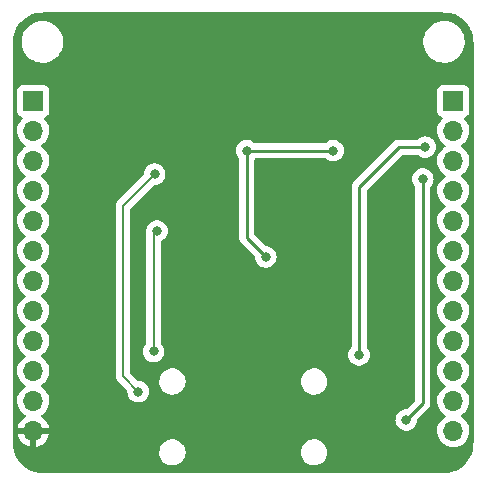
<source format=gbl>
%TF.GenerationSoftware,KiCad,Pcbnew,(6.0.0-0)*%
%TF.CreationDate,2022-08-17T22:16:30+02:00*%
%TF.ProjectId,wm8758b_codec_breakout,776d3837-3538-4625-9f63-6f6465635f62,rev?*%
%TF.SameCoordinates,Original*%
%TF.FileFunction,Copper,L2,Bot*%
%TF.FilePolarity,Positive*%
%FSLAX46Y46*%
G04 Gerber Fmt 4.6, Leading zero omitted, Abs format (unit mm)*
G04 Created by KiCad (PCBNEW (6.0.0-0)) date 2022-08-17 22:16:30*
%MOMM*%
%LPD*%
G01*
G04 APERTURE LIST*
%TA.AperFunction,ComponentPad*%
%ADD10R,1.700000X1.700000*%
%TD*%
%TA.AperFunction,ComponentPad*%
%ADD11O,1.700000X1.700000*%
%TD*%
%TA.AperFunction,ViaPad*%
%ADD12C,0.800000*%
%TD*%
%TA.AperFunction,Conductor*%
%ADD13C,0.250000*%
%TD*%
%TA.AperFunction,Conductor*%
%ADD14C,0.200000*%
%TD*%
G04 APERTURE END LIST*
D10*
%TO.P,J1,1,Pin_1*%
%TO.N,LIP*%
X132220000Y-67996000D03*
D11*
%TO.P,J1,2,Pin_2*%
%TO.N,LIN*%
X132220000Y-70536000D03*
%TO.P,J1,3,Pin_3*%
%TO.N,L2_GPIO2*%
X132220000Y-73076000D03*
%TO.P,J1,4,Pin_4*%
%TO.N,RIP*%
X132220000Y-75616000D03*
%TO.P,J1,5,Pin_5*%
%TO.N,RIN*%
X132220000Y-78156000D03*
%TO.P,J1,6,Pin_6*%
%TO.N,R2_GPIO3*%
X132220000Y-80696000D03*
%TO.P,J1,7,Pin_7*%
%TO.N,LRC*%
X132220000Y-83236000D03*
%TO.P,J1,8,Pin_8*%
%TO.N,BCLK*%
X132220000Y-85776000D03*
%TO.P,J1,9,Pin_9*%
%TO.N,ADCDAT*%
X132220000Y-88316000D03*
%TO.P,J1,10,Pin_10*%
%TO.N,DACDAT*%
X132220000Y-90856000D03*
%TO.P,J1,11,Pin_11*%
%TO.N,MCLK*%
X132220000Y-93396000D03*
%TO.P,J1,12,Pin_12*%
%TO.N,GND*%
X132220000Y-95936000D03*
%TD*%
D10*
%TO.P,J2,1,Pin_1*%
%TO.N,MICBIAS*%
X167780000Y-67996000D03*
D11*
%TO.P,J2,2,Pin_2*%
%TO.N,LOUT1*%
X167780000Y-70536000D03*
%TO.P,J2,3,Pin_3*%
%TO.N,ROUT1*%
X167780000Y-73076000D03*
%TO.P,J2,4,Pin_4*%
%TO.N,LOUT2*%
X167780000Y-75616000D03*
%TO.P,J2,5,Pin_5*%
%TO.N,ROUT2*%
X167780000Y-78156000D03*
%TO.P,J2,6,Pin_6*%
%TO.N,OUT3*%
X167780000Y-80696000D03*
%TO.P,J2,7,Pin_7*%
%TO.N,OUT4*%
X167780000Y-83236000D03*
%TO.P,J2,8,Pin_8*%
%TO.N,MODE*%
X167780000Y-85776000D03*
%TO.P,J2,9,Pin_9*%
%TO.N,SDIN*%
X167780000Y-88316000D03*
%TO.P,J2,10,Pin_10*%
%TO.N,SCLK*%
X167780000Y-90856000D03*
%TO.P,J2,11,Pin_11*%
%TO.N,CSB_GPIO1*%
X167780000Y-93396000D03*
%TO.P,J2,12,Pin_12*%
%TO.N,VDD*%
X167780000Y-95936000D03*
%TD*%
D12*
%TO.N,GND*%
X156400000Y-70400000D03*
X150000000Y-80800000D03*
X153100000Y-74800000D03*
X162200000Y-97800000D03*
X142600000Y-70000000D03*
X157400000Y-77800000D03*
X157400000Y-79200000D03*
X150400000Y-70200000D03*
X147800000Y-96400000D03*
X155000000Y-70400000D03*
X149200000Y-85000000D03*
%TO.N,VDD*%
X151900000Y-81200000D03*
X157600000Y-72200000D03*
X150300000Y-72200000D03*
%TO.N,RIN*%
X142400000Y-89200000D03*
X142700000Y-79000000D03*
%TO.N,LIN*%
X142500000Y-74200000D03*
X141100000Y-92600000D03*
%TO.N,LOUT1*%
X159800000Y-89500000D03*
X165400000Y-71900000D03*
%TO.N,ROUT1*%
X163800000Y-95000000D03*
X165200000Y-74600000D03*
%TD*%
D13*
%TO.N,VDD*%
X150300000Y-72200000D02*
X157600000Y-72200000D01*
X151900000Y-81200000D02*
X150300000Y-79600000D01*
X150300000Y-79600000D02*
X150300000Y-72200000D01*
D14*
%TO.N,RIN*%
X142400000Y-89200000D02*
X142400000Y-79300000D01*
X142400000Y-79300000D02*
X142700000Y-79000000D01*
%TO.N,LIN*%
X139800000Y-91300000D02*
X139800000Y-77200000D01*
X139800000Y-77200000D02*
X139800000Y-76900000D01*
X141100000Y-92600000D02*
X139800000Y-91300000D01*
X139800000Y-76900000D02*
X142500000Y-74200000D01*
D13*
%TO.N,LOUT1*%
X159800000Y-75300000D02*
X159800000Y-89500000D01*
X163200000Y-71900000D02*
X159800000Y-75300000D01*
X165400000Y-71900000D02*
X163200000Y-71900000D01*
%TO.N,ROUT1*%
X163800000Y-95000000D02*
X165200000Y-93600000D01*
X165200000Y-93600000D02*
X165200000Y-74600000D01*
%TD*%
%TA.AperFunction,Conductor*%
%TO.N,GND*%
G36*
X166970057Y-60509500D02*
G01*
X166984858Y-60511805D01*
X166984861Y-60511805D01*
X166993730Y-60513186D01*
X167010899Y-60510941D01*
X167034839Y-60510108D01*
X167292770Y-60525710D01*
X167307874Y-60527544D01*
X167378648Y-60540514D01*
X167588879Y-60579040D01*
X167603641Y-60582678D01*
X167876408Y-60667675D01*
X167890627Y-60673069D01*
X168151140Y-60790316D01*
X168164609Y-60797385D01*
X168409095Y-60945182D01*
X168421617Y-60953825D01*
X168646507Y-61130016D01*
X168657895Y-61140106D01*
X168859894Y-61342105D01*
X168869984Y-61353493D01*
X169046175Y-61578383D01*
X169054818Y-61590905D01*
X169202615Y-61835391D01*
X169209684Y-61848860D01*
X169228306Y-61890237D01*
X169326930Y-62109370D01*
X169332325Y-62123592D01*
X169411658Y-62378179D01*
X169417321Y-62396353D01*
X169420962Y-62411127D01*
X169472456Y-62692126D01*
X169474290Y-62707230D01*
X169489455Y-62957929D01*
X169488198Y-62984639D01*
X169488195Y-62984859D01*
X169486814Y-62993730D01*
X169487978Y-63002632D01*
X169487978Y-63002635D01*
X169490936Y-63025251D01*
X169492000Y-63041589D01*
X169492000Y-96950672D01*
X169490500Y-96970056D01*
X169486814Y-96993730D01*
X169488344Y-97005427D01*
X169489059Y-97010897D01*
X169489892Y-97034839D01*
X169474290Y-97292770D01*
X169472456Y-97307874D01*
X169420962Y-97588873D01*
X169417322Y-97603641D01*
X169353568Y-97808237D01*
X169332326Y-97876404D01*
X169326931Y-97890627D01*
X169223050Y-98121443D01*
X169209686Y-98151136D01*
X169202615Y-98164609D01*
X169054818Y-98409095D01*
X169046175Y-98421617D01*
X168869984Y-98646507D01*
X168859894Y-98657895D01*
X168657895Y-98859894D01*
X168646507Y-98869984D01*
X168421617Y-99046175D01*
X168409095Y-99054818D01*
X168164609Y-99202615D01*
X168151140Y-99209684D01*
X167890630Y-99326930D01*
X167876408Y-99332325D01*
X167603641Y-99417322D01*
X167588879Y-99420960D01*
X167378648Y-99459486D01*
X167307874Y-99472456D01*
X167292770Y-99474290D01*
X167042071Y-99489455D01*
X167015361Y-99488198D01*
X167015141Y-99488195D01*
X167006270Y-99486814D01*
X166997368Y-99487978D01*
X166997365Y-99487978D01*
X166974749Y-99490936D01*
X166958411Y-99492000D01*
X133049328Y-99492000D01*
X133029943Y-99490500D01*
X133015142Y-99488195D01*
X133015139Y-99488195D01*
X133006270Y-99486814D01*
X132989101Y-99489059D01*
X132965161Y-99489892D01*
X132707230Y-99474290D01*
X132692126Y-99472456D01*
X132621352Y-99459486D01*
X132411121Y-99420960D01*
X132396359Y-99417322D01*
X132123592Y-99332325D01*
X132109370Y-99326930D01*
X131848860Y-99209684D01*
X131835391Y-99202615D01*
X131590905Y-99054818D01*
X131578383Y-99046175D01*
X131353493Y-98869984D01*
X131342105Y-98859894D01*
X131140106Y-98657895D01*
X131130016Y-98646507D01*
X130953825Y-98421617D01*
X130945182Y-98409095D01*
X130797385Y-98164609D01*
X130790314Y-98151136D01*
X130776951Y-98121443D01*
X130673069Y-97890627D01*
X130667674Y-97876404D01*
X130646432Y-97808237D01*
X130619208Y-97720872D01*
X142887634Y-97720872D01*
X142889543Y-97750000D01*
X142900953Y-97924072D01*
X142951079Y-98121443D01*
X143036333Y-98306373D01*
X143153861Y-98472671D01*
X143299726Y-98614767D01*
X143304522Y-98617972D01*
X143304525Y-98617974D01*
X143372440Y-98663353D01*
X143469043Y-98727901D01*
X143474346Y-98730179D01*
X143474349Y-98730181D01*
X143558989Y-98766545D01*
X143656142Y-98808285D01*
X143729609Y-98824909D01*
X143849120Y-98851952D01*
X143849126Y-98851953D01*
X143854757Y-98853227D01*
X143860528Y-98853454D01*
X143860530Y-98853454D01*
X143921504Y-98855850D01*
X144058237Y-98861222D01*
X144160388Y-98846411D01*
X144254045Y-98832832D01*
X144254050Y-98832831D01*
X144259766Y-98832002D01*
X144265238Y-98830144D01*
X144265240Y-98830144D01*
X144447131Y-98768400D01*
X144447133Y-98768399D01*
X144452595Y-98766545D01*
X144630267Y-98667044D01*
X144641268Y-98657895D01*
X144782393Y-98540522D01*
X144786831Y-98536831D01*
X144917044Y-98380267D01*
X145016545Y-98202595D01*
X145031653Y-98158090D01*
X145080144Y-98015240D01*
X145080144Y-98015238D01*
X145082002Y-98009766D01*
X145082831Y-98004050D01*
X145082832Y-98004045D01*
X145101338Y-97876404D01*
X145111222Y-97808237D01*
X145112747Y-97750000D01*
X145110071Y-97720872D01*
X154887634Y-97720872D01*
X154889543Y-97750000D01*
X154900953Y-97924072D01*
X154951079Y-98121443D01*
X155036333Y-98306373D01*
X155153861Y-98472671D01*
X155299726Y-98614767D01*
X155304522Y-98617972D01*
X155304525Y-98617974D01*
X155372440Y-98663353D01*
X155469043Y-98727901D01*
X155474346Y-98730179D01*
X155474349Y-98730181D01*
X155558989Y-98766545D01*
X155656142Y-98808285D01*
X155729609Y-98824909D01*
X155849120Y-98851952D01*
X155849126Y-98851953D01*
X155854757Y-98853227D01*
X155860528Y-98853454D01*
X155860530Y-98853454D01*
X155921504Y-98855850D01*
X156058237Y-98861222D01*
X156160388Y-98846411D01*
X156254045Y-98832832D01*
X156254050Y-98832831D01*
X156259766Y-98832002D01*
X156265238Y-98830144D01*
X156265240Y-98830144D01*
X156447131Y-98768400D01*
X156447133Y-98768399D01*
X156452595Y-98766545D01*
X156630267Y-98667044D01*
X156641268Y-98657895D01*
X156782393Y-98540522D01*
X156786831Y-98536831D01*
X156917044Y-98380267D01*
X157016545Y-98202595D01*
X157031653Y-98158090D01*
X157080144Y-98015240D01*
X157080144Y-98015238D01*
X157082002Y-98009766D01*
X157082831Y-98004050D01*
X157082832Y-98004045D01*
X157101338Y-97876404D01*
X157111222Y-97808237D01*
X157112747Y-97750000D01*
X157094114Y-97547218D01*
X157038839Y-97351227D01*
X156948773Y-97168591D01*
X156926989Y-97139418D01*
X156830385Y-97010051D01*
X156826932Y-97005427D01*
X156677397Y-96867198D01*
X156505177Y-96758535D01*
X156316037Y-96683076D01*
X156310377Y-96681950D01*
X156310373Y-96681949D01*
X156121982Y-96644476D01*
X156121977Y-96644476D01*
X156116314Y-96643349D01*
X156110539Y-96643273D01*
X156110535Y-96643273D01*
X156008527Y-96641938D01*
X155912695Y-96640683D01*
X155906998Y-96641662D01*
X155906997Y-96641662D01*
X155890621Y-96644476D01*
X155712000Y-96675169D01*
X155520950Y-96745651D01*
X155515989Y-96748603D01*
X155515988Y-96748603D01*
X155350912Y-96846813D01*
X155350909Y-96846815D01*
X155345944Y-96849769D01*
X155192842Y-96984036D01*
X155066772Y-97143955D01*
X155064083Y-97149066D01*
X155064081Y-97149069D01*
X155055522Y-97165338D01*
X154971956Y-97324170D01*
X154970242Y-97329691D01*
X154970240Y-97329695D01*
X154961827Y-97356791D01*
X154911569Y-97518647D01*
X154887634Y-97720872D01*
X145110071Y-97720872D01*
X145094114Y-97547218D01*
X145038839Y-97351227D01*
X144948773Y-97168591D01*
X144926989Y-97139418D01*
X144830385Y-97010051D01*
X144826932Y-97005427D01*
X144677397Y-96867198D01*
X144505177Y-96758535D01*
X144316037Y-96683076D01*
X144310377Y-96681950D01*
X144310373Y-96681949D01*
X144121982Y-96644476D01*
X144121977Y-96644476D01*
X144116314Y-96643349D01*
X144110539Y-96643273D01*
X144110535Y-96643273D01*
X144008527Y-96641938D01*
X143912695Y-96640683D01*
X143906998Y-96641662D01*
X143906997Y-96641662D01*
X143890621Y-96644476D01*
X143712000Y-96675169D01*
X143520950Y-96745651D01*
X143515989Y-96748603D01*
X143515988Y-96748603D01*
X143350912Y-96846813D01*
X143350909Y-96846815D01*
X143345944Y-96849769D01*
X143192842Y-96984036D01*
X143066772Y-97143955D01*
X143064083Y-97149066D01*
X143064081Y-97149069D01*
X143055522Y-97165338D01*
X142971956Y-97324170D01*
X142970242Y-97329691D01*
X142970240Y-97329695D01*
X142961827Y-97356791D01*
X142911569Y-97518647D01*
X142887634Y-97720872D01*
X130619208Y-97720872D01*
X130582678Y-97603641D01*
X130579038Y-97588873D01*
X130527544Y-97307874D01*
X130525710Y-97292770D01*
X130510545Y-97042071D01*
X130511802Y-97015361D01*
X130511805Y-97015141D01*
X130513186Y-97006270D01*
X130511547Y-96993730D01*
X130509064Y-96974749D01*
X130508000Y-96958411D01*
X130508000Y-96203966D01*
X130888257Y-96203966D01*
X130918565Y-96338446D01*
X130921645Y-96348275D01*
X131001770Y-96545603D01*
X131006413Y-96554794D01*
X131117694Y-96736388D01*
X131123777Y-96744699D01*
X131263213Y-96905667D01*
X131270580Y-96912883D01*
X131434434Y-97048916D01*
X131442881Y-97054831D01*
X131626756Y-97162279D01*
X131636042Y-97166729D01*
X131835001Y-97242703D01*
X131844899Y-97245579D01*
X131948250Y-97266606D01*
X131962299Y-97265410D01*
X131966000Y-97255065D01*
X131966000Y-97254517D01*
X132474000Y-97254517D01*
X132478064Y-97268359D01*
X132491478Y-97270393D01*
X132498184Y-97269534D01*
X132508262Y-97267392D01*
X132712255Y-97206191D01*
X132721842Y-97202433D01*
X132913095Y-97108739D01*
X132921945Y-97103464D01*
X133095328Y-96979792D01*
X133103200Y-96973139D01*
X133254052Y-96822812D01*
X133260730Y-96814965D01*
X133385003Y-96642020D01*
X133390313Y-96633183D01*
X133484670Y-96442267D01*
X133488469Y-96432672D01*
X133550377Y-96228910D01*
X133552555Y-96218837D01*
X133553986Y-96207962D01*
X133551775Y-96193778D01*
X133538617Y-96190000D01*
X132492115Y-96190000D01*
X132476876Y-96194475D01*
X132475671Y-96195865D01*
X132474000Y-96203548D01*
X132474000Y-97254517D01*
X131966000Y-97254517D01*
X131966000Y-96208115D01*
X131961525Y-96192876D01*
X131960135Y-96191671D01*
X131952452Y-96190000D01*
X130903225Y-96190000D01*
X130889694Y-96193973D01*
X130888257Y-96203966D01*
X130508000Y-96203966D01*
X130508000Y-93362695D01*
X130857251Y-93362695D01*
X130857548Y-93367848D01*
X130857548Y-93367851D01*
X130865579Y-93507128D01*
X130870110Y-93585715D01*
X130871247Y-93590761D01*
X130871248Y-93590767D01*
X130889578Y-93672101D01*
X130919222Y-93803639D01*
X131003266Y-94010616D01*
X131119987Y-94201088D01*
X131266250Y-94369938D01*
X131438126Y-94512632D01*
X131511445Y-94555476D01*
X131511955Y-94555774D01*
X131560679Y-94607412D01*
X131573750Y-94677195D01*
X131547019Y-94742967D01*
X131506562Y-94776327D01*
X131498457Y-94780546D01*
X131489738Y-94786036D01*
X131319433Y-94913905D01*
X131311726Y-94920748D01*
X131164590Y-95074717D01*
X131158104Y-95082727D01*
X131038098Y-95258649D01*
X131033000Y-95267623D01*
X130943338Y-95460783D01*
X130939775Y-95470470D01*
X130884389Y-95670183D01*
X130885912Y-95678607D01*
X130898292Y-95682000D01*
X133538344Y-95682000D01*
X133551875Y-95678027D01*
X133553180Y-95668947D01*
X133511214Y-95501875D01*
X133507894Y-95492124D01*
X133422972Y-95296814D01*
X133418105Y-95287739D01*
X133302426Y-95108926D01*
X133296136Y-95100757D01*
X133204454Y-95000000D01*
X162886496Y-95000000D01*
X162887186Y-95006565D01*
X162894709Y-95078138D01*
X162906458Y-95189928D01*
X162965473Y-95371556D01*
X163060960Y-95536944D01*
X163188747Y-95678866D01*
X163343248Y-95791118D01*
X163349276Y-95793802D01*
X163349278Y-95793803D01*
X163511681Y-95866109D01*
X163517712Y-95868794D01*
X163611113Y-95888647D01*
X163698056Y-95907128D01*
X163698061Y-95907128D01*
X163704513Y-95908500D01*
X163895487Y-95908500D01*
X163901939Y-95907128D01*
X163901944Y-95907128D01*
X163922799Y-95902695D01*
X166417251Y-95902695D01*
X166417548Y-95907848D01*
X166417548Y-95907851D01*
X166423011Y-96002590D01*
X166430110Y-96125715D01*
X166431247Y-96130761D01*
X166431248Y-96130767D01*
X166445449Y-96193778D01*
X166479222Y-96343639D01*
X166563266Y-96550616D01*
X166565965Y-96555020D01*
X166618506Y-96640759D01*
X166679987Y-96741088D01*
X166826250Y-96909938D01*
X166998126Y-97052632D01*
X167191000Y-97165338D01*
X167195825Y-97167180D01*
X167195826Y-97167181D01*
X167213086Y-97173772D01*
X167399692Y-97245030D01*
X167404760Y-97246061D01*
X167404763Y-97246062D01*
X167499862Y-97265410D01*
X167618597Y-97289567D01*
X167623772Y-97289757D01*
X167623774Y-97289757D01*
X167836673Y-97297564D01*
X167836677Y-97297564D01*
X167841837Y-97297753D01*
X167846957Y-97297097D01*
X167846959Y-97297097D01*
X168058288Y-97270025D01*
X168058289Y-97270025D01*
X168063416Y-97269368D01*
X168068366Y-97267883D01*
X168272429Y-97206661D01*
X168272434Y-97206659D01*
X168277384Y-97205174D01*
X168477994Y-97106896D01*
X168659860Y-96977173D01*
X168818096Y-96819489D01*
X168869033Y-96748603D01*
X168945435Y-96642277D01*
X168948453Y-96638077D01*
X169047430Y-96437811D01*
X169112370Y-96224069D01*
X169141529Y-96002590D01*
X169143156Y-95936000D01*
X169124852Y-95713361D01*
X169070431Y-95496702D01*
X168981354Y-95291840D01*
X168860014Y-95104277D01*
X168709670Y-94939051D01*
X168705619Y-94935852D01*
X168705615Y-94935848D01*
X168538414Y-94803800D01*
X168538410Y-94803798D01*
X168534359Y-94800598D01*
X168493053Y-94777796D01*
X168443084Y-94727364D01*
X168428312Y-94657921D01*
X168453428Y-94591516D01*
X168480780Y-94564909D01*
X168524603Y-94533650D01*
X168659860Y-94437173D01*
X168818096Y-94279489D01*
X168877594Y-94196689D01*
X168945435Y-94102277D01*
X168948453Y-94098077D01*
X168951026Y-94092872D01*
X169045136Y-93902453D01*
X169045137Y-93902451D01*
X169047430Y-93897811D01*
X169112370Y-93684069D01*
X169141529Y-93462590D01*
X169143156Y-93396000D01*
X169124852Y-93173361D01*
X169070431Y-92956702D01*
X168981354Y-92751840D01*
X168894752Y-92617974D01*
X168862822Y-92568617D01*
X168862820Y-92568614D01*
X168860014Y-92564277D01*
X168709670Y-92399051D01*
X168705619Y-92395852D01*
X168705615Y-92395848D01*
X168538414Y-92263800D01*
X168538410Y-92263798D01*
X168534359Y-92260598D01*
X168493053Y-92237796D01*
X168443084Y-92187364D01*
X168428312Y-92117921D01*
X168453428Y-92051516D01*
X168480780Y-92024909D01*
X168524603Y-91993650D01*
X168659860Y-91897173D01*
X168818096Y-91739489D01*
X168826759Y-91727434D01*
X168945435Y-91562277D01*
X168948453Y-91558077D01*
X168967941Y-91518647D01*
X169045136Y-91362453D01*
X169045137Y-91362451D01*
X169047430Y-91357811D01*
X169104920Y-91168591D01*
X169110865Y-91149023D01*
X169110865Y-91149021D01*
X169112370Y-91144069D01*
X169141529Y-90922590D01*
X169142787Y-90871118D01*
X169143074Y-90859365D01*
X169143074Y-90859361D01*
X169143156Y-90856000D01*
X169124852Y-90633361D01*
X169070431Y-90416702D01*
X168981354Y-90211840D01*
X168889701Y-90070166D01*
X168862822Y-90028617D01*
X168862820Y-90028614D01*
X168860014Y-90024277D01*
X168709670Y-89859051D01*
X168705619Y-89855852D01*
X168705615Y-89855848D01*
X168538414Y-89723800D01*
X168538410Y-89723798D01*
X168534359Y-89720598D01*
X168493053Y-89697796D01*
X168443084Y-89647364D01*
X168428312Y-89577921D01*
X168453428Y-89511516D01*
X168480780Y-89484909D01*
X168524603Y-89453650D01*
X168659860Y-89357173D01*
X168818096Y-89199489D01*
X168877594Y-89116689D01*
X168945435Y-89022277D01*
X168948453Y-89018077D01*
X168952410Y-89010072D01*
X169045136Y-88822453D01*
X169045137Y-88822451D01*
X169047430Y-88817811D01*
X169094448Y-88663056D01*
X169110865Y-88609023D01*
X169110865Y-88609021D01*
X169112370Y-88604069D01*
X169141529Y-88382590D01*
X169143156Y-88316000D01*
X169124852Y-88093361D01*
X169070431Y-87876702D01*
X168981354Y-87671840D01*
X168860014Y-87484277D01*
X168709670Y-87319051D01*
X168705619Y-87315852D01*
X168705615Y-87315848D01*
X168538414Y-87183800D01*
X168538410Y-87183798D01*
X168534359Y-87180598D01*
X168493053Y-87157796D01*
X168443084Y-87107364D01*
X168428312Y-87037921D01*
X168453428Y-86971516D01*
X168480780Y-86944909D01*
X168524603Y-86913650D01*
X168659860Y-86817173D01*
X168818096Y-86659489D01*
X168877594Y-86576689D01*
X168945435Y-86482277D01*
X168948453Y-86478077D01*
X169047430Y-86277811D01*
X169112370Y-86064069D01*
X169141529Y-85842590D01*
X169143156Y-85776000D01*
X169124852Y-85553361D01*
X169070431Y-85336702D01*
X168981354Y-85131840D01*
X168860014Y-84944277D01*
X168709670Y-84779051D01*
X168705619Y-84775852D01*
X168705615Y-84775848D01*
X168538414Y-84643800D01*
X168538410Y-84643798D01*
X168534359Y-84640598D01*
X168493053Y-84617796D01*
X168443084Y-84567364D01*
X168428312Y-84497921D01*
X168453428Y-84431516D01*
X168480780Y-84404909D01*
X168524603Y-84373650D01*
X168659860Y-84277173D01*
X168818096Y-84119489D01*
X168877594Y-84036689D01*
X168945435Y-83942277D01*
X168948453Y-83938077D01*
X169047430Y-83737811D01*
X169112370Y-83524069D01*
X169141529Y-83302590D01*
X169143156Y-83236000D01*
X169124852Y-83013361D01*
X169070431Y-82796702D01*
X168981354Y-82591840D01*
X168860014Y-82404277D01*
X168709670Y-82239051D01*
X168705619Y-82235852D01*
X168705615Y-82235848D01*
X168538414Y-82103800D01*
X168538410Y-82103798D01*
X168534359Y-82100598D01*
X168493053Y-82077796D01*
X168443084Y-82027364D01*
X168428312Y-81957921D01*
X168453428Y-81891516D01*
X168480780Y-81864909D01*
X168524603Y-81833650D01*
X168659860Y-81737173D01*
X168818096Y-81579489D01*
X168823797Y-81571556D01*
X168945435Y-81402277D01*
X168948453Y-81398077D01*
X168952481Y-81389928D01*
X169045136Y-81202453D01*
X169045137Y-81202451D01*
X169047430Y-81197811D01*
X169112370Y-80984069D01*
X169141529Y-80762590D01*
X169143156Y-80696000D01*
X169124852Y-80473361D01*
X169070431Y-80256702D01*
X168981354Y-80051840D01*
X168888052Y-79907617D01*
X168862822Y-79868617D01*
X168862820Y-79868614D01*
X168860014Y-79864277D01*
X168709670Y-79699051D01*
X168705619Y-79695852D01*
X168705615Y-79695848D01*
X168538414Y-79563800D01*
X168538410Y-79563798D01*
X168534359Y-79560598D01*
X168493053Y-79537796D01*
X168443084Y-79487364D01*
X168428312Y-79417921D01*
X168453428Y-79351516D01*
X168480780Y-79324909D01*
X168536164Y-79285404D01*
X168659860Y-79197173D01*
X168667131Y-79189928D01*
X168814435Y-79043137D01*
X168818096Y-79039489D01*
X168841754Y-79006566D01*
X168945435Y-78862277D01*
X168948453Y-78858077D01*
X168972179Y-78810072D01*
X169045136Y-78662453D01*
X169045137Y-78662451D01*
X169047430Y-78657811D01*
X169106601Y-78463056D01*
X169110865Y-78449023D01*
X169110865Y-78449021D01*
X169112370Y-78444069D01*
X169141529Y-78222590D01*
X169143156Y-78156000D01*
X169124852Y-77933361D01*
X169070431Y-77716702D01*
X168981354Y-77511840D01*
X168860014Y-77324277D01*
X168709670Y-77159051D01*
X168705619Y-77155852D01*
X168705615Y-77155848D01*
X168538414Y-77023800D01*
X168538410Y-77023798D01*
X168534359Y-77020598D01*
X168493053Y-76997796D01*
X168443084Y-76947364D01*
X168428312Y-76877921D01*
X168453428Y-76811516D01*
X168480780Y-76784909D01*
X168542128Y-76741150D01*
X168659860Y-76657173D01*
X168818096Y-76499489D01*
X168859747Y-76441526D01*
X168945435Y-76322277D01*
X168948453Y-76318077D01*
X169047430Y-76117811D01*
X169112370Y-75904069D01*
X169141529Y-75682590D01*
X169143156Y-75616000D01*
X169124852Y-75393361D01*
X169070431Y-75176702D01*
X168981354Y-74971840D01*
X168907482Y-74857651D01*
X168862822Y-74788617D01*
X168862820Y-74788614D01*
X168860014Y-74784277D01*
X168709670Y-74619051D01*
X168705619Y-74615852D01*
X168705615Y-74615848D01*
X168538414Y-74483800D01*
X168538410Y-74483798D01*
X168534359Y-74480598D01*
X168493053Y-74457796D01*
X168443084Y-74407364D01*
X168428312Y-74337921D01*
X168453428Y-74271516D01*
X168480780Y-74244909D01*
X168543740Y-74200000D01*
X168659860Y-74117173D01*
X168708429Y-74068774D01*
X168814435Y-73963137D01*
X168818096Y-73959489D01*
X168877594Y-73876689D01*
X168945435Y-73782277D01*
X168948453Y-73778077D01*
X169047430Y-73577811D01*
X169098755Y-73408882D01*
X169110865Y-73369023D01*
X169110865Y-73369021D01*
X169112370Y-73364069D01*
X169141529Y-73142590D01*
X169142362Y-73108500D01*
X169143074Y-73079365D01*
X169143074Y-73079361D01*
X169143156Y-73076000D01*
X169124852Y-72853361D01*
X169070431Y-72636702D01*
X168981354Y-72431840D01*
X168860014Y-72244277D01*
X168709670Y-72079051D01*
X168705619Y-72075852D01*
X168705615Y-72075848D01*
X168538414Y-71943800D01*
X168538410Y-71943798D01*
X168534359Y-71940598D01*
X168493053Y-71917796D01*
X168443084Y-71867364D01*
X168428312Y-71797921D01*
X168453428Y-71731516D01*
X168480780Y-71704909D01*
X168539456Y-71663056D01*
X168659860Y-71577173D01*
X168670571Y-71566500D01*
X168803004Y-71434528D01*
X168818096Y-71419489D01*
X168871543Y-71345110D01*
X168945435Y-71242277D01*
X168948453Y-71238077D01*
X169047430Y-71037811D01*
X169112370Y-70824069D01*
X169141529Y-70602590D01*
X169143156Y-70536000D01*
X169124852Y-70313361D01*
X169070431Y-70096702D01*
X168981354Y-69891840D01*
X168860014Y-69704277D01*
X168856532Y-69700450D01*
X168712798Y-69542488D01*
X168681746Y-69478642D01*
X168690141Y-69408143D01*
X168735317Y-69353375D01*
X168761761Y-69339706D01*
X168868297Y-69299767D01*
X168876705Y-69296615D01*
X168993261Y-69209261D01*
X169080615Y-69092705D01*
X169131745Y-68956316D01*
X169138500Y-68894134D01*
X169138500Y-67097866D01*
X169131745Y-67035684D01*
X169080615Y-66899295D01*
X168993261Y-66782739D01*
X168876705Y-66695385D01*
X168740316Y-66644255D01*
X168678134Y-66637500D01*
X166881866Y-66637500D01*
X166819684Y-66644255D01*
X166683295Y-66695385D01*
X166566739Y-66782739D01*
X166479385Y-66899295D01*
X166428255Y-67035684D01*
X166421500Y-67097866D01*
X166421500Y-68894134D01*
X166428255Y-68956316D01*
X166479385Y-69092705D01*
X166566739Y-69209261D01*
X166683295Y-69296615D01*
X166691704Y-69299767D01*
X166691705Y-69299768D01*
X166800451Y-69340535D01*
X166857216Y-69383176D01*
X166881916Y-69449738D01*
X166866709Y-69519087D01*
X166847316Y-69545568D01*
X166720629Y-69678138D01*
X166594743Y-69862680D01*
X166500688Y-70065305D01*
X166440989Y-70280570D01*
X166417251Y-70502695D01*
X166417548Y-70507848D01*
X166417548Y-70507851D01*
X166423011Y-70602590D01*
X166430110Y-70725715D01*
X166431247Y-70730761D01*
X166431248Y-70730767D01*
X166451119Y-70818939D01*
X166479222Y-70943639D01*
X166563266Y-71150616D01*
X166565965Y-71155020D01*
X166675577Y-71333891D01*
X166679987Y-71341088D01*
X166826250Y-71509938D01*
X166998126Y-71652632D01*
X167007566Y-71658148D01*
X167071445Y-71695476D01*
X167120169Y-71747114D01*
X167133240Y-71816897D01*
X167106509Y-71882669D01*
X167066055Y-71916027D01*
X167053607Y-71922507D01*
X167049474Y-71925610D01*
X167049471Y-71925612D01*
X166936981Y-72010072D01*
X166874965Y-72056635D01*
X166720629Y-72218138D01*
X166594743Y-72402680D01*
X166579003Y-72436590D01*
X166512961Y-72578866D01*
X166500688Y-72605305D01*
X166440989Y-72820570D01*
X166417251Y-73042695D01*
X166417548Y-73047848D01*
X166417548Y-73047851D01*
X166423011Y-73142590D01*
X166430110Y-73265715D01*
X166431247Y-73270761D01*
X166431248Y-73270767D01*
X166435921Y-73291500D01*
X166479222Y-73483639D01*
X166563266Y-73690616D01*
X166565965Y-73695020D01*
X166638118Y-73812763D01*
X166679987Y-73881088D01*
X166826250Y-74049938D01*
X166998126Y-74192632D01*
X167059411Y-74228444D01*
X167071445Y-74235476D01*
X167120169Y-74287114D01*
X167133240Y-74356897D01*
X167106509Y-74422669D01*
X167066055Y-74456027D01*
X167053607Y-74462507D01*
X167049474Y-74465610D01*
X167049471Y-74465612D01*
X166879227Y-74593435D01*
X166874965Y-74596635D01*
X166720629Y-74758138D01*
X166594743Y-74942680D01*
X166500688Y-75145305D01*
X166440989Y-75360570D01*
X166417251Y-75582695D01*
X166417548Y-75587848D01*
X166417548Y-75587851D01*
X166423011Y-75682590D01*
X166430110Y-75805715D01*
X166431247Y-75810761D01*
X166431248Y-75810767D01*
X166451119Y-75898939D01*
X166479222Y-76023639D01*
X166563266Y-76230616D01*
X166679987Y-76421088D01*
X166826250Y-76589938D01*
X166998126Y-76732632D01*
X167012703Y-76741150D01*
X167071445Y-76775476D01*
X167120169Y-76827114D01*
X167133240Y-76896897D01*
X167106509Y-76962669D01*
X167066055Y-76996027D01*
X167053607Y-77002507D01*
X167049474Y-77005610D01*
X167049471Y-77005612D01*
X167025247Y-77023800D01*
X166874965Y-77136635D01*
X166720629Y-77298138D01*
X166594743Y-77482680D01*
X166500688Y-77685305D01*
X166440989Y-77900570D01*
X166417251Y-78122695D01*
X166417548Y-78127848D01*
X166417548Y-78127851D01*
X166423011Y-78222590D01*
X166430110Y-78345715D01*
X166431247Y-78350761D01*
X166431248Y-78350767D01*
X166451119Y-78438939D01*
X166479222Y-78563639D01*
X166563266Y-78770616D01*
X166679987Y-78961088D01*
X166826250Y-79129938D01*
X166998126Y-79272632D01*
X167019983Y-79285404D01*
X167071445Y-79315476D01*
X167120169Y-79367114D01*
X167133240Y-79436897D01*
X167106509Y-79502669D01*
X167066055Y-79536027D01*
X167058598Y-79539909D01*
X167053607Y-79542507D01*
X167049474Y-79545610D01*
X167049471Y-79545612D01*
X166910759Y-79649760D01*
X166874965Y-79676635D01*
X166871393Y-79680373D01*
X166734290Y-79823843D01*
X166720629Y-79838138D01*
X166717715Y-79842410D01*
X166717714Y-79842411D01*
X166705431Y-79860417D01*
X166594743Y-80022680D01*
X166500688Y-80225305D01*
X166440989Y-80440570D01*
X166417251Y-80662695D01*
X166417548Y-80667848D01*
X166417548Y-80667851D01*
X166423011Y-80762590D01*
X166430110Y-80885715D01*
X166431247Y-80890761D01*
X166431248Y-80890767D01*
X166451119Y-80978939D01*
X166479222Y-81103639D01*
X166563266Y-81310616D01*
X166679987Y-81501088D01*
X166826250Y-81669938D01*
X166998126Y-81812632D01*
X167068595Y-81853811D01*
X167071445Y-81855476D01*
X167120169Y-81907114D01*
X167133240Y-81976897D01*
X167106509Y-82042669D01*
X167066055Y-82076027D01*
X167053607Y-82082507D01*
X167049474Y-82085610D01*
X167049471Y-82085612D01*
X166879100Y-82213530D01*
X166874965Y-82216635D01*
X166720629Y-82378138D01*
X166594743Y-82562680D01*
X166500688Y-82765305D01*
X166440989Y-82980570D01*
X166417251Y-83202695D01*
X166417548Y-83207848D01*
X166417548Y-83207851D01*
X166423011Y-83302590D01*
X166430110Y-83425715D01*
X166431247Y-83430761D01*
X166431248Y-83430767D01*
X166451119Y-83518939D01*
X166479222Y-83643639D01*
X166563266Y-83850616D01*
X166679987Y-84041088D01*
X166826250Y-84209938D01*
X166998126Y-84352632D01*
X167068595Y-84393811D01*
X167071445Y-84395476D01*
X167120169Y-84447114D01*
X167133240Y-84516897D01*
X167106509Y-84582669D01*
X167066055Y-84616027D01*
X167053607Y-84622507D01*
X167049474Y-84625610D01*
X167049471Y-84625612D01*
X167025247Y-84643800D01*
X166874965Y-84756635D01*
X166720629Y-84918138D01*
X166594743Y-85102680D01*
X166500688Y-85305305D01*
X166440989Y-85520570D01*
X166417251Y-85742695D01*
X166417548Y-85747848D01*
X166417548Y-85747851D01*
X166423011Y-85842590D01*
X166430110Y-85965715D01*
X166431247Y-85970761D01*
X166431248Y-85970767D01*
X166451119Y-86058939D01*
X166479222Y-86183639D01*
X166563266Y-86390616D01*
X166679987Y-86581088D01*
X166826250Y-86749938D01*
X166998126Y-86892632D01*
X167068595Y-86933811D01*
X167071445Y-86935476D01*
X167120169Y-86987114D01*
X167133240Y-87056897D01*
X167106509Y-87122669D01*
X167066055Y-87156027D01*
X167053607Y-87162507D01*
X167049474Y-87165610D01*
X167049471Y-87165612D01*
X167025247Y-87183800D01*
X166874965Y-87296635D01*
X166720629Y-87458138D01*
X166594743Y-87642680D01*
X166500688Y-87845305D01*
X166440989Y-88060570D01*
X166417251Y-88282695D01*
X166417548Y-88287848D01*
X166417548Y-88287851D01*
X166423011Y-88382590D01*
X166430110Y-88505715D01*
X166431247Y-88510761D01*
X166431248Y-88510767D01*
X166440996Y-88554020D01*
X166479222Y-88723639D01*
X166563266Y-88930616D01*
X166679987Y-89121088D01*
X166826250Y-89289938D01*
X166998126Y-89432632D01*
X167068595Y-89473811D01*
X167071445Y-89475476D01*
X167120169Y-89527114D01*
X167133240Y-89596897D01*
X167106509Y-89662669D01*
X167066055Y-89696027D01*
X167053607Y-89702507D01*
X167049474Y-89705610D01*
X167049471Y-89705612D01*
X167007741Y-89736944D01*
X166874965Y-89836635D01*
X166871393Y-89840373D01*
X166724772Y-89993803D01*
X166720629Y-89998138D01*
X166594743Y-90182680D01*
X166500688Y-90385305D01*
X166440989Y-90600570D01*
X166417251Y-90822695D01*
X166417548Y-90827848D01*
X166417548Y-90827851D01*
X166423011Y-90922590D01*
X166430110Y-91045715D01*
X166431247Y-91050761D01*
X166431248Y-91050767D01*
X166438931Y-91084856D01*
X166479222Y-91263639D01*
X166563266Y-91470616D01*
X166565965Y-91475020D01*
X166650782Y-91613429D01*
X166679987Y-91661088D01*
X166826250Y-91829938D01*
X166998126Y-91972632D01*
X167068595Y-92013811D01*
X167071445Y-92015476D01*
X167120169Y-92067114D01*
X167133240Y-92136897D01*
X167106509Y-92202669D01*
X167066055Y-92236027D01*
X167053607Y-92242507D01*
X167049474Y-92245610D01*
X167049471Y-92245612D01*
X167025247Y-92263800D01*
X166874965Y-92376635D01*
X166871393Y-92380373D01*
X166787697Y-92467956D01*
X166720629Y-92538138D01*
X166594743Y-92722680D01*
X166579003Y-92756590D01*
X166530540Y-92860995D01*
X166500688Y-92925305D01*
X166440989Y-93140570D01*
X166417251Y-93362695D01*
X166417548Y-93367848D01*
X166417548Y-93367851D01*
X166425579Y-93507128D01*
X166430110Y-93585715D01*
X166431247Y-93590761D01*
X166431248Y-93590767D01*
X166449578Y-93672101D01*
X166479222Y-93803639D01*
X166563266Y-94010616D01*
X166679987Y-94201088D01*
X166826250Y-94369938D01*
X166998126Y-94512632D01*
X167068595Y-94553811D01*
X167071445Y-94555476D01*
X167120169Y-94607114D01*
X167133240Y-94676897D01*
X167106509Y-94742669D01*
X167066055Y-94776027D01*
X167053607Y-94782507D01*
X167049474Y-94785610D01*
X167049471Y-94785612D01*
X166879100Y-94913530D01*
X166874965Y-94916635D01*
X166720629Y-95078138D01*
X166717715Y-95082410D01*
X166717714Y-95082411D01*
X166705404Y-95100457D01*
X166594743Y-95262680D01*
X166500688Y-95465305D01*
X166440989Y-95680570D01*
X166417251Y-95902695D01*
X163922799Y-95902695D01*
X163988887Y-95888647D01*
X164082288Y-95868794D01*
X164088319Y-95866109D01*
X164250722Y-95793803D01*
X164250724Y-95793802D01*
X164256752Y-95791118D01*
X164411253Y-95678866D01*
X164539040Y-95536944D01*
X164634527Y-95371556D01*
X164693542Y-95189928D01*
X164710907Y-95024708D01*
X164737920Y-94959051D01*
X164747122Y-94948782D01*
X165592258Y-94103647D01*
X165600537Y-94096113D01*
X165607018Y-94092000D01*
X165653644Y-94042348D01*
X165656398Y-94039507D01*
X165676135Y-94019770D01*
X165678615Y-94016573D01*
X165686320Y-94007551D01*
X165711159Y-93981100D01*
X165716586Y-93975321D01*
X165720405Y-93968375D01*
X165720407Y-93968372D01*
X165726348Y-93957566D01*
X165737199Y-93941047D01*
X165744758Y-93931301D01*
X165749614Y-93925041D01*
X165752759Y-93917772D01*
X165752762Y-93917768D01*
X165767174Y-93884463D01*
X165772391Y-93873813D01*
X165793695Y-93835060D01*
X165798733Y-93815437D01*
X165805137Y-93796734D01*
X165810033Y-93785420D01*
X165810033Y-93785419D01*
X165813181Y-93778145D01*
X165814420Y-93770322D01*
X165814423Y-93770312D01*
X165820099Y-93734476D01*
X165822505Y-93722856D01*
X165831528Y-93687711D01*
X165831528Y-93687710D01*
X165833500Y-93680030D01*
X165833500Y-93659776D01*
X165835051Y-93640065D01*
X165836980Y-93627886D01*
X165838220Y-93620057D01*
X165834059Y-93576038D01*
X165833500Y-93564181D01*
X165833500Y-75302524D01*
X165853502Y-75234403D01*
X165865858Y-75218221D01*
X165939040Y-75136944D01*
X166034527Y-74971556D01*
X166093542Y-74789928D01*
X166094538Y-74780457D01*
X166112814Y-74606565D01*
X166113504Y-74600000D01*
X166101291Y-74483800D01*
X166094232Y-74416635D01*
X166094232Y-74416633D01*
X166093542Y-74410072D01*
X166034527Y-74228444D01*
X165939040Y-74063056D01*
X165897243Y-74016635D01*
X165815675Y-73926045D01*
X165815674Y-73926044D01*
X165811253Y-73921134D01*
X165656752Y-73808882D01*
X165650724Y-73806198D01*
X165650722Y-73806197D01*
X165488319Y-73733891D01*
X165488318Y-73733891D01*
X165482288Y-73731206D01*
X165388888Y-73711353D01*
X165301944Y-73692872D01*
X165301939Y-73692872D01*
X165295487Y-73691500D01*
X165104513Y-73691500D01*
X165098061Y-73692872D01*
X165098056Y-73692872D01*
X165011112Y-73711353D01*
X164917712Y-73731206D01*
X164911682Y-73733891D01*
X164911681Y-73733891D01*
X164749278Y-73806197D01*
X164749276Y-73806198D01*
X164743248Y-73808882D01*
X164588747Y-73921134D01*
X164584326Y-73926044D01*
X164584325Y-73926045D01*
X164502758Y-74016635D01*
X164460960Y-74063056D01*
X164365473Y-74228444D01*
X164306458Y-74410072D01*
X164305768Y-74416633D01*
X164305768Y-74416635D01*
X164298709Y-74483800D01*
X164286496Y-74600000D01*
X164287186Y-74606565D01*
X164305463Y-74780457D01*
X164306458Y-74789928D01*
X164365473Y-74971556D01*
X164460960Y-75136944D01*
X164534137Y-75218215D01*
X164564853Y-75282221D01*
X164566500Y-75302524D01*
X164566500Y-93285405D01*
X164546498Y-93353526D01*
X164529595Y-93374501D01*
X163849499Y-94054596D01*
X163787187Y-94088621D01*
X163760404Y-94091500D01*
X163704513Y-94091500D01*
X163698061Y-94092872D01*
X163698056Y-94092872D01*
X163611112Y-94111353D01*
X163517712Y-94131206D01*
X163511682Y-94133891D01*
X163511681Y-94133891D01*
X163349278Y-94206197D01*
X163349276Y-94206198D01*
X163343248Y-94208882D01*
X163188747Y-94321134D01*
X163184326Y-94326044D01*
X163184325Y-94326045D01*
X163141831Y-94373240D01*
X163060960Y-94463056D01*
X162965473Y-94628444D01*
X162906458Y-94810072D01*
X162905768Y-94816633D01*
X162905768Y-94816635D01*
X162892462Y-94943240D01*
X162886496Y-95000000D01*
X133204454Y-95000000D01*
X133152806Y-94943240D01*
X133145273Y-94936215D01*
X132978139Y-94804222D01*
X132969556Y-94798520D01*
X132932602Y-94778120D01*
X132882631Y-94727687D01*
X132867859Y-94658245D01*
X132892975Y-94591839D01*
X132920327Y-94565232D01*
X132943797Y-94548491D01*
X133099860Y-94437173D01*
X133258096Y-94279489D01*
X133317594Y-94196689D01*
X133385435Y-94102277D01*
X133388453Y-94098077D01*
X133391026Y-94092872D01*
X133485136Y-93902453D01*
X133485137Y-93902451D01*
X133487430Y-93897811D01*
X133552370Y-93684069D01*
X133581529Y-93462590D01*
X133583156Y-93396000D01*
X133564852Y-93173361D01*
X133510431Y-92956702D01*
X133421354Y-92751840D01*
X133334752Y-92617974D01*
X133302822Y-92568617D01*
X133302820Y-92568614D01*
X133300014Y-92564277D01*
X133149670Y-92399051D01*
X133145619Y-92395852D01*
X133145615Y-92395848D01*
X132978414Y-92263800D01*
X132978410Y-92263798D01*
X132974359Y-92260598D01*
X132933053Y-92237796D01*
X132883084Y-92187364D01*
X132868312Y-92117921D01*
X132893428Y-92051516D01*
X132920780Y-92024909D01*
X132964603Y-91993650D01*
X133099860Y-91897173D01*
X133258096Y-91739489D01*
X133266759Y-91727434D01*
X133385435Y-91562277D01*
X133388453Y-91558077D01*
X133407941Y-91518647D01*
X133485136Y-91362453D01*
X133485137Y-91362451D01*
X133487430Y-91357811D01*
X133504994Y-91300000D01*
X139186250Y-91300000D01*
X139191500Y-91339880D01*
X139191500Y-91339885D01*
X139204609Y-91439457D01*
X139207162Y-91458851D01*
X139268476Y-91606876D01*
X139273503Y-91613427D01*
X139273504Y-91613429D01*
X139341520Y-91702069D01*
X139341526Y-91702075D01*
X139366013Y-91733987D01*
X139372568Y-91739017D01*
X139391379Y-91753452D01*
X139403770Y-91764319D01*
X140150281Y-92510830D01*
X140184307Y-92573142D01*
X140186841Y-92596716D01*
X140186496Y-92600000D01*
X140187186Y-92606565D01*
X140193543Y-92667044D01*
X140206458Y-92789928D01*
X140265473Y-92971556D01*
X140360960Y-93136944D01*
X140488747Y-93278866D01*
X140643248Y-93391118D01*
X140649276Y-93393802D01*
X140649278Y-93393803D01*
X140811230Y-93465908D01*
X140817712Y-93468794D01*
X140911113Y-93488647D01*
X140998056Y-93507128D01*
X140998061Y-93507128D01*
X141004513Y-93508500D01*
X141195487Y-93508500D01*
X141201939Y-93507128D01*
X141201944Y-93507128D01*
X141288887Y-93488647D01*
X141382288Y-93468794D01*
X141388770Y-93465908D01*
X141550722Y-93393803D01*
X141550724Y-93393802D01*
X141556752Y-93391118D01*
X141711253Y-93278866D01*
X141839040Y-93136944D01*
X141934527Y-92971556D01*
X141993542Y-92789928D01*
X142006458Y-92667044D01*
X142012814Y-92606565D01*
X142013504Y-92600000D01*
X141993542Y-92410072D01*
X141934527Y-92228444D01*
X141839040Y-92063056D01*
X141828650Y-92051516D01*
X141715675Y-91926045D01*
X141715674Y-91926044D01*
X141711253Y-91921134D01*
X141585733Y-91829938D01*
X141562094Y-91812763D01*
X141562093Y-91812762D01*
X141556752Y-91808882D01*
X141550724Y-91806198D01*
X141550722Y-91806197D01*
X141388319Y-91733891D01*
X141388318Y-91733891D01*
X141382288Y-91731206D01*
X141333671Y-91720872D01*
X142887634Y-91720872D01*
X142889543Y-91750000D01*
X142900953Y-91924072D01*
X142951079Y-92121443D01*
X143036333Y-92306373D01*
X143153861Y-92472671D01*
X143299726Y-92614767D01*
X143304522Y-92617972D01*
X143304525Y-92617974D01*
X143372440Y-92663353D01*
X143469043Y-92727901D01*
X143474346Y-92730179D01*
X143474349Y-92730181D01*
X143558989Y-92766545D01*
X143656142Y-92808285D01*
X143729609Y-92824909D01*
X143849120Y-92851952D01*
X143849126Y-92851953D01*
X143854757Y-92853227D01*
X143860528Y-92853454D01*
X143860530Y-92853454D01*
X143921504Y-92855850D01*
X144058237Y-92861222D01*
X144160388Y-92846411D01*
X144254045Y-92832832D01*
X144254050Y-92832831D01*
X144259766Y-92832002D01*
X144265238Y-92830144D01*
X144265240Y-92830144D01*
X144447131Y-92768400D01*
X144447133Y-92768399D01*
X144452595Y-92766545D01*
X144630267Y-92667044D01*
X144786831Y-92536831D01*
X144917044Y-92380267D01*
X145016545Y-92202595D01*
X145042312Y-92126690D01*
X145080144Y-92015240D01*
X145080144Y-92015238D01*
X145082002Y-92009766D01*
X145082831Y-92004050D01*
X145082832Y-92004045D01*
X145100263Y-91883818D01*
X145111222Y-91808237D01*
X145112747Y-91750000D01*
X145110071Y-91720872D01*
X154887634Y-91720872D01*
X154889543Y-91750000D01*
X154900953Y-91924072D01*
X154951079Y-92121443D01*
X155036333Y-92306373D01*
X155153861Y-92472671D01*
X155299726Y-92614767D01*
X155304522Y-92617972D01*
X155304525Y-92617974D01*
X155372440Y-92663353D01*
X155469043Y-92727901D01*
X155474346Y-92730179D01*
X155474349Y-92730181D01*
X155558989Y-92766545D01*
X155656142Y-92808285D01*
X155729609Y-92824909D01*
X155849120Y-92851952D01*
X155849126Y-92851953D01*
X155854757Y-92853227D01*
X155860528Y-92853454D01*
X155860530Y-92853454D01*
X155921504Y-92855850D01*
X156058237Y-92861222D01*
X156160388Y-92846411D01*
X156254045Y-92832832D01*
X156254050Y-92832831D01*
X156259766Y-92832002D01*
X156265238Y-92830144D01*
X156265240Y-92830144D01*
X156447131Y-92768400D01*
X156447133Y-92768399D01*
X156452595Y-92766545D01*
X156630267Y-92667044D01*
X156786831Y-92536831D01*
X156917044Y-92380267D01*
X157016545Y-92202595D01*
X157042312Y-92126690D01*
X157080144Y-92015240D01*
X157080144Y-92015238D01*
X157082002Y-92009766D01*
X157082831Y-92004050D01*
X157082832Y-92004045D01*
X157100263Y-91883818D01*
X157111222Y-91808237D01*
X157112747Y-91750000D01*
X157094114Y-91547218D01*
X157038839Y-91351227D01*
X156948773Y-91168591D01*
X156930462Y-91144069D01*
X156830385Y-91010051D01*
X156826932Y-91005427D01*
X156677397Y-90867198D01*
X156672514Y-90864117D01*
X156510057Y-90761614D01*
X156505177Y-90758535D01*
X156316037Y-90683076D01*
X156310377Y-90681950D01*
X156310373Y-90681949D01*
X156121982Y-90644476D01*
X156121977Y-90644476D01*
X156116314Y-90643349D01*
X156110539Y-90643273D01*
X156110535Y-90643273D01*
X156008527Y-90641938D01*
X155912695Y-90640683D01*
X155906998Y-90641662D01*
X155906997Y-90641662D01*
X155890621Y-90644476D01*
X155712000Y-90675169D01*
X155520950Y-90745651D01*
X155515989Y-90748603D01*
X155515988Y-90748603D01*
X155350912Y-90846813D01*
X155350909Y-90846815D01*
X155345944Y-90849769D01*
X155192842Y-90984036D01*
X155066772Y-91143955D01*
X155064083Y-91149066D01*
X155064081Y-91149069D01*
X155053810Y-91168591D01*
X154971956Y-91324170D01*
X154970242Y-91329691D01*
X154970240Y-91329695D01*
X154925116Y-91475020D01*
X154911569Y-91518647D01*
X154887634Y-91720872D01*
X145110071Y-91720872D01*
X145094114Y-91547218D01*
X145038839Y-91351227D01*
X144948773Y-91168591D01*
X144930462Y-91144069D01*
X144830385Y-91010051D01*
X144826932Y-91005427D01*
X144677397Y-90867198D01*
X144672514Y-90864117D01*
X144510057Y-90761614D01*
X144505177Y-90758535D01*
X144316037Y-90683076D01*
X144310377Y-90681950D01*
X144310373Y-90681949D01*
X144121982Y-90644476D01*
X144121977Y-90644476D01*
X144116314Y-90643349D01*
X144110539Y-90643273D01*
X144110535Y-90643273D01*
X144008527Y-90641938D01*
X143912695Y-90640683D01*
X143906998Y-90641662D01*
X143906997Y-90641662D01*
X143890621Y-90644476D01*
X143712000Y-90675169D01*
X143520950Y-90745651D01*
X143515989Y-90748603D01*
X143515988Y-90748603D01*
X143350912Y-90846813D01*
X143350909Y-90846815D01*
X143345944Y-90849769D01*
X143192842Y-90984036D01*
X143066772Y-91143955D01*
X143064083Y-91149066D01*
X143064081Y-91149069D01*
X143053810Y-91168591D01*
X142971956Y-91324170D01*
X142970242Y-91329691D01*
X142970240Y-91329695D01*
X142925116Y-91475020D01*
X142911569Y-91518647D01*
X142887634Y-91720872D01*
X141333671Y-91720872D01*
X141288888Y-91711353D01*
X141201944Y-91692872D01*
X141201939Y-91692872D01*
X141195487Y-91691500D01*
X141104239Y-91691500D01*
X141036118Y-91671498D01*
X141015144Y-91654595D01*
X140445405Y-91084856D01*
X140411379Y-91022544D01*
X140408500Y-90995761D01*
X140408500Y-89200000D01*
X141486496Y-89200000D01*
X141506458Y-89389928D01*
X141565473Y-89571556D01*
X141660960Y-89736944D01*
X141665378Y-89741851D01*
X141665379Y-89741852D01*
X141774344Y-89862870D01*
X141788747Y-89878866D01*
X141943248Y-89991118D01*
X141949276Y-89993802D01*
X141949278Y-89993803D01*
X142033332Y-90031226D01*
X142117712Y-90068794D01*
X142211112Y-90088647D01*
X142298056Y-90107128D01*
X142298061Y-90107128D01*
X142304513Y-90108500D01*
X142495487Y-90108500D01*
X142501939Y-90107128D01*
X142501944Y-90107128D01*
X142588887Y-90088647D01*
X142682288Y-90068794D01*
X142766668Y-90031226D01*
X142850722Y-89993803D01*
X142850724Y-89993802D01*
X142856752Y-89991118D01*
X143011253Y-89878866D01*
X143025656Y-89862870D01*
X143134621Y-89741852D01*
X143134622Y-89741851D01*
X143139040Y-89736944D01*
X143234527Y-89571556D01*
X143257777Y-89500000D01*
X158886496Y-89500000D01*
X158887186Y-89506565D01*
X158898335Y-89612638D01*
X158906458Y-89689928D01*
X158965473Y-89871556D01*
X159060960Y-90036944D01*
X159188747Y-90178866D01*
X159343248Y-90291118D01*
X159349276Y-90293802D01*
X159349278Y-90293803D01*
X159511681Y-90366109D01*
X159517712Y-90368794D01*
X159595390Y-90385305D01*
X159698056Y-90407128D01*
X159698061Y-90407128D01*
X159704513Y-90408500D01*
X159895487Y-90408500D01*
X159901939Y-90407128D01*
X159901944Y-90407128D01*
X160004610Y-90385305D01*
X160082288Y-90368794D01*
X160088319Y-90366109D01*
X160250722Y-90293803D01*
X160250724Y-90293802D01*
X160256752Y-90291118D01*
X160411253Y-90178866D01*
X160539040Y-90036944D01*
X160634527Y-89871556D01*
X160693542Y-89689928D01*
X160701666Y-89612638D01*
X160712814Y-89506565D01*
X160713504Y-89500000D01*
X160698808Y-89360171D01*
X160694232Y-89316635D01*
X160694232Y-89316633D01*
X160693542Y-89310072D01*
X160634527Y-89128444D01*
X160539040Y-88963056D01*
X160465863Y-88881785D01*
X160435147Y-88817779D01*
X160433500Y-88797476D01*
X160433500Y-75614594D01*
X160453502Y-75546473D01*
X160470405Y-75525499D01*
X163425500Y-72570405D01*
X163487812Y-72536379D01*
X163514595Y-72533500D01*
X164691800Y-72533500D01*
X164759921Y-72553502D01*
X164779147Y-72569843D01*
X164779420Y-72569540D01*
X164784332Y-72573963D01*
X164788747Y-72578866D01*
X164943248Y-72691118D01*
X164949276Y-72693802D01*
X164949278Y-72693803D01*
X165057199Y-72741852D01*
X165117712Y-72768794D01*
X165211112Y-72788647D01*
X165298056Y-72807128D01*
X165298061Y-72807128D01*
X165304513Y-72808500D01*
X165495487Y-72808500D01*
X165501939Y-72807128D01*
X165501944Y-72807128D01*
X165588888Y-72788647D01*
X165682288Y-72768794D01*
X165742801Y-72741852D01*
X165850722Y-72693803D01*
X165850724Y-72693802D01*
X165856752Y-72691118D01*
X166011253Y-72578866D01*
X166034091Y-72553502D01*
X166134621Y-72441852D01*
X166134622Y-72441851D01*
X166139040Y-72436944D01*
X166234527Y-72271556D01*
X166293542Y-72089928D01*
X166296649Y-72060373D01*
X166312814Y-71906565D01*
X166313504Y-71900000D01*
X166293542Y-71710072D01*
X166234527Y-71528444D01*
X166139040Y-71363056D01*
X166122882Y-71345110D01*
X166015675Y-71226045D01*
X166015674Y-71226044D01*
X166011253Y-71221134D01*
X165856752Y-71108882D01*
X165850724Y-71106198D01*
X165850722Y-71106197D01*
X165688319Y-71033891D01*
X165688318Y-71033891D01*
X165682288Y-71031206D01*
X165588888Y-71011353D01*
X165501944Y-70992872D01*
X165501939Y-70992872D01*
X165495487Y-70991500D01*
X165304513Y-70991500D01*
X165298061Y-70992872D01*
X165298056Y-70992872D01*
X165211112Y-71011353D01*
X165117712Y-71031206D01*
X165111682Y-71033891D01*
X165111681Y-71033891D01*
X164949278Y-71106197D01*
X164949276Y-71106198D01*
X164943248Y-71108882D01*
X164788747Y-71221134D01*
X164784332Y-71226037D01*
X164779420Y-71230460D01*
X164778295Y-71229211D01*
X164724986Y-71262051D01*
X164691800Y-71266500D01*
X163278767Y-71266500D01*
X163267584Y-71265973D01*
X163260091Y-71264298D01*
X163252165Y-71264547D01*
X163252164Y-71264547D01*
X163192014Y-71266438D01*
X163188055Y-71266500D01*
X163160144Y-71266500D01*
X163156210Y-71266997D01*
X163156209Y-71266997D01*
X163156144Y-71267005D01*
X163144307Y-71267938D01*
X163112490Y-71268938D01*
X163108029Y-71269078D01*
X163100110Y-71269327D01*
X163082454Y-71274456D01*
X163080658Y-71274978D01*
X163061306Y-71278986D01*
X163054235Y-71279880D01*
X163041203Y-71281526D01*
X163033834Y-71284443D01*
X163033832Y-71284444D01*
X163000097Y-71297800D01*
X162988869Y-71301645D01*
X162946407Y-71313982D01*
X162939584Y-71318017D01*
X162939582Y-71318018D01*
X162928972Y-71324293D01*
X162911224Y-71332988D01*
X162892383Y-71340448D01*
X162885967Y-71345110D01*
X162885966Y-71345110D01*
X162856613Y-71366436D01*
X162846693Y-71372952D01*
X162815465Y-71391420D01*
X162815462Y-71391422D01*
X162808638Y-71395458D01*
X162794317Y-71409779D01*
X162779284Y-71422619D01*
X162762893Y-71434528D01*
X162757842Y-71440634D01*
X162734702Y-71468605D01*
X162726712Y-71477384D01*
X159407747Y-74796348D01*
X159399461Y-74803888D01*
X159392982Y-74808000D01*
X159387557Y-74813777D01*
X159346357Y-74857651D01*
X159343602Y-74860493D01*
X159323865Y-74880230D01*
X159321385Y-74883427D01*
X159313682Y-74892447D01*
X159283414Y-74924679D01*
X159279595Y-74931625D01*
X159279593Y-74931628D01*
X159273652Y-74942434D01*
X159262801Y-74958953D01*
X159250386Y-74974959D01*
X159247241Y-74982228D01*
X159247238Y-74982232D01*
X159232826Y-75015537D01*
X159227609Y-75026187D01*
X159206305Y-75064940D01*
X159204334Y-75072615D01*
X159204334Y-75072616D01*
X159201267Y-75084562D01*
X159194863Y-75103266D01*
X159186819Y-75121855D01*
X159185580Y-75129678D01*
X159185577Y-75129688D01*
X159179901Y-75165524D01*
X159177495Y-75177144D01*
X159168472Y-75212289D01*
X159166500Y-75219970D01*
X159166500Y-75240224D01*
X159164949Y-75259934D01*
X159161780Y-75279943D01*
X159162526Y-75287835D01*
X159165941Y-75323961D01*
X159166500Y-75335819D01*
X159166500Y-88797476D01*
X159146498Y-88865597D01*
X159134142Y-88881779D01*
X159060960Y-88963056D01*
X158965473Y-89128444D01*
X158906458Y-89310072D01*
X158905768Y-89316633D01*
X158905768Y-89316635D01*
X158901192Y-89360171D01*
X158886496Y-89500000D01*
X143257777Y-89500000D01*
X143293542Y-89389928D01*
X143313504Y-89200000D01*
X143294825Y-89022277D01*
X143294232Y-89016635D01*
X143294232Y-89016633D01*
X143293542Y-89010072D01*
X143234527Y-88828444D01*
X143139040Y-88663056D01*
X143040864Y-88554020D01*
X143010146Y-88490013D01*
X143008500Y-88469710D01*
X143008500Y-79938950D01*
X143028502Y-79870829D01*
X143083251Y-79823843D01*
X143150722Y-79793803D01*
X143150724Y-79793802D01*
X143156752Y-79791118D01*
X143311253Y-79678866D01*
X143417742Y-79560598D01*
X143434621Y-79541852D01*
X143434622Y-79541851D01*
X143439040Y-79536944D01*
X143534527Y-79371556D01*
X143593542Y-79189928D01*
X143613504Y-79000000D01*
X143599029Y-78862277D01*
X143594232Y-78816635D01*
X143594232Y-78816633D01*
X143593542Y-78810072D01*
X143534527Y-78628444D01*
X143439040Y-78463056D01*
X143311253Y-78321134D01*
X143180186Y-78225908D01*
X143162094Y-78212763D01*
X143162093Y-78212762D01*
X143156752Y-78208882D01*
X143150724Y-78206198D01*
X143150722Y-78206197D01*
X142988319Y-78133891D01*
X142988318Y-78133891D01*
X142982288Y-78131206D01*
X142888888Y-78111353D01*
X142801944Y-78092872D01*
X142801939Y-78092872D01*
X142795487Y-78091500D01*
X142604513Y-78091500D01*
X142598061Y-78092872D01*
X142598056Y-78092872D01*
X142511112Y-78111353D01*
X142417712Y-78131206D01*
X142411682Y-78133891D01*
X142411681Y-78133891D01*
X142249278Y-78206197D01*
X142249276Y-78206198D01*
X142243248Y-78208882D01*
X142237907Y-78212762D01*
X142237906Y-78212763D01*
X142219814Y-78225908D01*
X142088747Y-78321134D01*
X141960960Y-78463056D01*
X141865473Y-78628444D01*
X141806458Y-78810072D01*
X141805768Y-78816633D01*
X141805768Y-78816635D01*
X141800971Y-78862277D01*
X141786496Y-79000000D01*
X141787186Y-79006565D01*
X141787186Y-79006566D01*
X141802361Y-79150948D01*
X141801973Y-79180564D01*
X141799392Y-79200171D01*
X141791500Y-79260115D01*
X141791500Y-79260120D01*
X141786250Y-79300000D01*
X141787328Y-79308188D01*
X141790422Y-79331690D01*
X141791500Y-79348136D01*
X141791500Y-88469710D01*
X141771498Y-88537831D01*
X141759136Y-88554020D01*
X141660960Y-88663056D01*
X141565473Y-88828444D01*
X141506458Y-89010072D01*
X141505768Y-89016633D01*
X141505768Y-89016635D01*
X141505175Y-89022277D01*
X141486496Y-89200000D01*
X140408500Y-89200000D01*
X140408500Y-77204239D01*
X140428502Y-77136118D01*
X140445405Y-77115144D01*
X142415144Y-75145405D01*
X142477456Y-75111379D01*
X142504239Y-75108500D01*
X142595487Y-75108500D01*
X142601939Y-75107128D01*
X142601944Y-75107128D01*
X142688887Y-75088647D01*
X142782288Y-75068794D01*
X142788319Y-75066109D01*
X142950722Y-74993803D01*
X142950724Y-74993802D01*
X142956752Y-74991118D01*
X142968983Y-74982232D01*
X143023421Y-74942680D01*
X143111253Y-74878866D01*
X143178359Y-74804337D01*
X143234621Y-74741852D01*
X143234622Y-74741851D01*
X143239040Y-74736944D01*
X143314315Y-74606565D01*
X143331223Y-74577279D01*
X143331224Y-74577278D01*
X143334527Y-74571556D01*
X143393542Y-74389928D01*
X143405988Y-74271516D01*
X143412814Y-74206565D01*
X143413504Y-74200000D01*
X143397732Y-74049938D01*
X143394232Y-74016635D01*
X143394232Y-74016633D01*
X143393542Y-74010072D01*
X143334527Y-73828444D01*
X143239040Y-73663056D01*
X143111253Y-73521134D01*
X142956752Y-73408882D01*
X142950724Y-73406198D01*
X142950722Y-73406197D01*
X142788319Y-73333891D01*
X142788318Y-73333891D01*
X142782288Y-73331206D01*
X142688887Y-73311353D01*
X142601944Y-73292872D01*
X142601939Y-73292872D01*
X142595487Y-73291500D01*
X142404513Y-73291500D01*
X142398061Y-73292872D01*
X142398056Y-73292872D01*
X142311113Y-73311353D01*
X142217712Y-73331206D01*
X142211682Y-73333891D01*
X142211681Y-73333891D01*
X142049278Y-73406197D01*
X142049276Y-73406198D01*
X142043248Y-73408882D01*
X141888747Y-73521134D01*
X141760960Y-73663056D01*
X141665473Y-73828444D01*
X141606458Y-74010072D01*
X141605768Y-74016633D01*
X141605768Y-74016635D01*
X141602268Y-74049938D01*
X141586496Y-74200000D01*
X141586684Y-74201786D01*
X141567184Y-74268196D01*
X141550281Y-74289170D01*
X139403766Y-76435685D01*
X139391375Y-76446552D01*
X139366013Y-76466013D01*
X139341526Y-76497925D01*
X139341523Y-76497928D01*
X139341517Y-76497936D01*
X139273919Y-76586031D01*
X139268476Y-76593124D01*
X139210690Y-76732632D01*
X139207162Y-76741150D01*
X139191500Y-76860115D01*
X139191500Y-76860120D01*
X139186250Y-76900000D01*
X139187328Y-76908188D01*
X139190422Y-76931690D01*
X139191500Y-76948136D01*
X139191500Y-91251864D01*
X139190422Y-91268307D01*
X139186250Y-91300000D01*
X133504994Y-91300000D01*
X133544920Y-91168591D01*
X133550865Y-91149023D01*
X133550865Y-91149021D01*
X133552370Y-91144069D01*
X133581529Y-90922590D01*
X133582787Y-90871118D01*
X133583074Y-90859365D01*
X133583074Y-90859361D01*
X133583156Y-90856000D01*
X133564852Y-90633361D01*
X133510431Y-90416702D01*
X133421354Y-90211840D01*
X133329701Y-90070166D01*
X133302822Y-90028617D01*
X133302820Y-90028614D01*
X133300014Y-90024277D01*
X133149670Y-89859051D01*
X133145619Y-89855852D01*
X133145615Y-89855848D01*
X132978414Y-89723800D01*
X132978410Y-89723798D01*
X132974359Y-89720598D01*
X132933053Y-89697796D01*
X132883084Y-89647364D01*
X132868312Y-89577921D01*
X132893428Y-89511516D01*
X132920780Y-89484909D01*
X132964603Y-89453650D01*
X133099860Y-89357173D01*
X133258096Y-89199489D01*
X133317594Y-89116689D01*
X133385435Y-89022277D01*
X133388453Y-89018077D01*
X133392410Y-89010072D01*
X133485136Y-88822453D01*
X133485137Y-88822451D01*
X133487430Y-88817811D01*
X133534448Y-88663056D01*
X133550865Y-88609023D01*
X133550865Y-88609021D01*
X133552370Y-88604069D01*
X133581529Y-88382590D01*
X133583156Y-88316000D01*
X133564852Y-88093361D01*
X133510431Y-87876702D01*
X133421354Y-87671840D01*
X133300014Y-87484277D01*
X133149670Y-87319051D01*
X133145619Y-87315852D01*
X133145615Y-87315848D01*
X132978414Y-87183800D01*
X132978410Y-87183798D01*
X132974359Y-87180598D01*
X132933053Y-87157796D01*
X132883084Y-87107364D01*
X132868312Y-87037921D01*
X132893428Y-86971516D01*
X132920780Y-86944909D01*
X132964603Y-86913650D01*
X133099860Y-86817173D01*
X133258096Y-86659489D01*
X133317594Y-86576689D01*
X133385435Y-86482277D01*
X133388453Y-86478077D01*
X133487430Y-86277811D01*
X133552370Y-86064069D01*
X133581529Y-85842590D01*
X133583156Y-85776000D01*
X133564852Y-85553361D01*
X133510431Y-85336702D01*
X133421354Y-85131840D01*
X133300014Y-84944277D01*
X133149670Y-84779051D01*
X133145619Y-84775852D01*
X133145615Y-84775848D01*
X132978414Y-84643800D01*
X132978410Y-84643798D01*
X132974359Y-84640598D01*
X132933053Y-84617796D01*
X132883084Y-84567364D01*
X132868312Y-84497921D01*
X132893428Y-84431516D01*
X132920780Y-84404909D01*
X132964603Y-84373650D01*
X133099860Y-84277173D01*
X133258096Y-84119489D01*
X133317594Y-84036689D01*
X133385435Y-83942277D01*
X133388453Y-83938077D01*
X133487430Y-83737811D01*
X133552370Y-83524069D01*
X133581529Y-83302590D01*
X133583156Y-83236000D01*
X133564852Y-83013361D01*
X133510431Y-82796702D01*
X133421354Y-82591840D01*
X133300014Y-82404277D01*
X133149670Y-82239051D01*
X133145619Y-82235852D01*
X133145615Y-82235848D01*
X132978414Y-82103800D01*
X132978410Y-82103798D01*
X132974359Y-82100598D01*
X132933053Y-82077796D01*
X132883084Y-82027364D01*
X132868312Y-81957921D01*
X132893428Y-81891516D01*
X132920780Y-81864909D01*
X132964603Y-81833650D01*
X133099860Y-81737173D01*
X133258096Y-81579489D01*
X133263797Y-81571556D01*
X133385435Y-81402277D01*
X133388453Y-81398077D01*
X133392481Y-81389928D01*
X133485136Y-81202453D01*
X133485137Y-81202451D01*
X133487430Y-81197811D01*
X133552370Y-80984069D01*
X133581529Y-80762590D01*
X133583156Y-80696000D01*
X133564852Y-80473361D01*
X133510431Y-80256702D01*
X133421354Y-80051840D01*
X133328052Y-79907617D01*
X133302822Y-79868617D01*
X133302820Y-79868614D01*
X133300014Y-79864277D01*
X133149670Y-79699051D01*
X133145619Y-79695852D01*
X133145615Y-79695848D01*
X132978414Y-79563800D01*
X132978410Y-79563798D01*
X132974359Y-79560598D01*
X132933053Y-79537796D01*
X132883084Y-79487364D01*
X132868312Y-79417921D01*
X132893428Y-79351516D01*
X132920780Y-79324909D01*
X132976164Y-79285404D01*
X133099860Y-79197173D01*
X133107131Y-79189928D01*
X133254435Y-79043137D01*
X133258096Y-79039489D01*
X133281754Y-79006566D01*
X133385435Y-78862277D01*
X133388453Y-78858077D01*
X133412179Y-78810072D01*
X133485136Y-78662453D01*
X133485137Y-78662451D01*
X133487430Y-78657811D01*
X133546601Y-78463056D01*
X133550865Y-78449023D01*
X133550865Y-78449021D01*
X133552370Y-78444069D01*
X133581529Y-78222590D01*
X133583156Y-78156000D01*
X133564852Y-77933361D01*
X133510431Y-77716702D01*
X133421354Y-77511840D01*
X133300014Y-77324277D01*
X133149670Y-77159051D01*
X133145619Y-77155852D01*
X133145615Y-77155848D01*
X132978414Y-77023800D01*
X132978410Y-77023798D01*
X132974359Y-77020598D01*
X132933053Y-76997796D01*
X132883084Y-76947364D01*
X132868312Y-76877921D01*
X132893428Y-76811516D01*
X132920780Y-76784909D01*
X132982128Y-76741150D01*
X133099860Y-76657173D01*
X133258096Y-76499489D01*
X133299747Y-76441526D01*
X133385435Y-76322277D01*
X133388453Y-76318077D01*
X133487430Y-76117811D01*
X133552370Y-75904069D01*
X133581529Y-75682590D01*
X133583156Y-75616000D01*
X133564852Y-75393361D01*
X133510431Y-75176702D01*
X133421354Y-74971840D01*
X133347482Y-74857651D01*
X133302822Y-74788617D01*
X133302820Y-74788614D01*
X133300014Y-74784277D01*
X133149670Y-74619051D01*
X133145619Y-74615852D01*
X133145615Y-74615848D01*
X132978414Y-74483800D01*
X132978410Y-74483798D01*
X132974359Y-74480598D01*
X132933053Y-74457796D01*
X132883084Y-74407364D01*
X132868312Y-74337921D01*
X132893428Y-74271516D01*
X132920780Y-74244909D01*
X132983740Y-74200000D01*
X133099860Y-74117173D01*
X133148429Y-74068774D01*
X133254435Y-73963137D01*
X133258096Y-73959489D01*
X133317594Y-73876689D01*
X133385435Y-73782277D01*
X133388453Y-73778077D01*
X133487430Y-73577811D01*
X133538755Y-73408882D01*
X133550865Y-73369023D01*
X133550865Y-73369021D01*
X133552370Y-73364069D01*
X133581529Y-73142590D01*
X133582362Y-73108500D01*
X133583074Y-73079365D01*
X133583074Y-73079361D01*
X133583156Y-73076000D01*
X133564852Y-72853361D01*
X133510431Y-72636702D01*
X133421354Y-72431840D01*
X133300014Y-72244277D01*
X133259725Y-72200000D01*
X149386496Y-72200000D01*
X149406458Y-72389928D01*
X149465473Y-72571556D01*
X149560960Y-72736944D01*
X149634137Y-72818215D01*
X149664853Y-72882221D01*
X149666500Y-72902524D01*
X149666500Y-79521233D01*
X149665973Y-79532416D01*
X149664298Y-79539909D01*
X149664547Y-79547835D01*
X149664547Y-79547836D01*
X149666438Y-79607986D01*
X149666500Y-79611945D01*
X149666500Y-79639856D01*
X149666997Y-79643790D01*
X149666997Y-79643791D01*
X149667005Y-79643856D01*
X149667938Y-79655693D01*
X149669327Y-79699889D01*
X149674978Y-79719339D01*
X149678987Y-79738700D01*
X149681526Y-79758797D01*
X149684445Y-79766168D01*
X149684445Y-79766170D01*
X149697804Y-79799912D01*
X149701649Y-79811142D01*
X149713982Y-79853593D01*
X149718015Y-79860412D01*
X149718017Y-79860417D01*
X149724293Y-79871028D01*
X149732988Y-79888776D01*
X149740448Y-79907617D01*
X149745110Y-79914033D01*
X149745110Y-79914034D01*
X149766436Y-79943387D01*
X149772952Y-79953307D01*
X149795458Y-79991362D01*
X149809779Y-80005683D01*
X149822619Y-80020716D01*
X149834528Y-80037107D01*
X149852337Y-80051840D01*
X149868605Y-80065298D01*
X149877384Y-80073288D01*
X150952878Y-81148782D01*
X150986904Y-81211094D01*
X150989092Y-81224703D01*
X151006458Y-81389928D01*
X151065473Y-81571556D01*
X151160960Y-81736944D01*
X151165378Y-81741851D01*
X151165379Y-81741852D01*
X151276180Y-81864909D01*
X151288747Y-81878866D01*
X151327627Y-81907114D01*
X151423675Y-81976897D01*
X151443248Y-81991118D01*
X151449276Y-81993802D01*
X151449278Y-81993803D01*
X151524658Y-82027364D01*
X151617712Y-82068794D01*
X151696834Y-82085612D01*
X151798056Y-82107128D01*
X151798061Y-82107128D01*
X151804513Y-82108500D01*
X151995487Y-82108500D01*
X152001939Y-82107128D01*
X152001944Y-82107128D01*
X152103166Y-82085612D01*
X152182288Y-82068794D01*
X152275342Y-82027364D01*
X152350722Y-81993803D01*
X152350724Y-81993802D01*
X152356752Y-81991118D01*
X152376326Y-81976897D01*
X152472373Y-81907114D01*
X152511253Y-81878866D01*
X152523820Y-81864909D01*
X152634621Y-81741852D01*
X152634622Y-81741851D01*
X152639040Y-81736944D01*
X152734527Y-81571556D01*
X152793542Y-81389928D01*
X152813504Y-81200000D01*
X152793542Y-81010072D01*
X152734527Y-80828444D01*
X152639040Y-80663056D01*
X152511253Y-80521134D01*
X152356752Y-80408882D01*
X152350724Y-80406198D01*
X152350722Y-80406197D01*
X152188319Y-80333891D01*
X152188318Y-80333891D01*
X152182288Y-80331206D01*
X152088887Y-80311353D01*
X152001944Y-80292872D01*
X152001939Y-80292872D01*
X151995487Y-80291500D01*
X151939595Y-80291500D01*
X151871474Y-80271498D01*
X151850499Y-80254595D01*
X150970404Y-79374499D01*
X150936379Y-79312187D01*
X150933500Y-79285404D01*
X150933500Y-72959500D01*
X150953502Y-72891379D01*
X151007158Y-72844886D01*
X151059500Y-72833500D01*
X156891800Y-72833500D01*
X156959921Y-72853502D01*
X156979147Y-72869843D01*
X156979420Y-72869540D01*
X156984332Y-72873963D01*
X156988747Y-72878866D01*
X157143248Y-72991118D01*
X157149276Y-72993802D01*
X157149278Y-72993803D01*
X157247563Y-73037562D01*
X157317712Y-73068794D01*
X157411113Y-73088647D01*
X157498056Y-73107128D01*
X157498061Y-73107128D01*
X157504513Y-73108500D01*
X157695487Y-73108500D01*
X157701939Y-73107128D01*
X157701944Y-73107128D01*
X157788887Y-73088647D01*
X157882288Y-73068794D01*
X157952437Y-73037562D01*
X158050722Y-72993803D01*
X158050724Y-72993802D01*
X158056752Y-72991118D01*
X158211253Y-72878866D01*
X158339040Y-72736944D01*
X158434527Y-72571556D01*
X158493542Y-72389928D01*
X158513504Y-72200000D01*
X158493542Y-72010072D01*
X158434527Y-71828444D01*
X158422607Y-71807797D01*
X158342341Y-71668774D01*
X158339040Y-71663056D01*
X158326679Y-71649327D01*
X158215675Y-71526045D01*
X158215674Y-71526044D01*
X158211253Y-71521134D01*
X158056752Y-71408882D01*
X158050724Y-71406198D01*
X158050722Y-71406197D01*
X157888319Y-71333891D01*
X157888318Y-71333891D01*
X157882288Y-71331206D01*
X157788887Y-71311353D01*
X157701944Y-71292872D01*
X157701939Y-71292872D01*
X157695487Y-71291500D01*
X157504513Y-71291500D01*
X157498061Y-71292872D01*
X157498056Y-71292872D01*
X157411113Y-71311353D01*
X157317712Y-71331206D01*
X157311682Y-71333891D01*
X157311681Y-71333891D01*
X157149278Y-71406197D01*
X157149276Y-71406198D01*
X157143248Y-71408882D01*
X156988747Y-71521134D01*
X156984332Y-71526037D01*
X156979420Y-71530460D01*
X156978295Y-71529211D01*
X156924986Y-71562051D01*
X156891800Y-71566500D01*
X151008200Y-71566500D01*
X150940079Y-71546498D01*
X150920853Y-71530157D01*
X150920580Y-71530460D01*
X150915668Y-71526037D01*
X150911253Y-71521134D01*
X150756752Y-71408882D01*
X150750724Y-71406198D01*
X150750722Y-71406197D01*
X150588319Y-71333891D01*
X150588318Y-71333891D01*
X150582288Y-71331206D01*
X150488887Y-71311353D01*
X150401944Y-71292872D01*
X150401939Y-71292872D01*
X150395487Y-71291500D01*
X150204513Y-71291500D01*
X150198061Y-71292872D01*
X150198056Y-71292872D01*
X150111113Y-71311353D01*
X150017712Y-71331206D01*
X150011682Y-71333891D01*
X150011681Y-71333891D01*
X149849278Y-71406197D01*
X149849276Y-71406198D01*
X149843248Y-71408882D01*
X149688747Y-71521134D01*
X149684326Y-71526044D01*
X149684325Y-71526045D01*
X149573322Y-71649327D01*
X149560960Y-71663056D01*
X149557659Y-71668774D01*
X149477394Y-71807797D01*
X149465473Y-71828444D01*
X149406458Y-72010072D01*
X149386496Y-72200000D01*
X133259725Y-72200000D01*
X133149670Y-72079051D01*
X133145619Y-72075852D01*
X133145615Y-72075848D01*
X132978414Y-71943800D01*
X132978410Y-71943798D01*
X132974359Y-71940598D01*
X132933053Y-71917796D01*
X132883084Y-71867364D01*
X132868312Y-71797921D01*
X132893428Y-71731516D01*
X132920780Y-71704909D01*
X132979456Y-71663056D01*
X133099860Y-71577173D01*
X133110571Y-71566500D01*
X133243004Y-71434528D01*
X133258096Y-71419489D01*
X133311543Y-71345110D01*
X133385435Y-71242277D01*
X133388453Y-71238077D01*
X133487430Y-71037811D01*
X133552370Y-70824069D01*
X133581529Y-70602590D01*
X133583156Y-70536000D01*
X133564852Y-70313361D01*
X133510431Y-70096702D01*
X133421354Y-69891840D01*
X133300014Y-69704277D01*
X133296532Y-69700450D01*
X133152798Y-69542488D01*
X133121746Y-69478642D01*
X133130141Y-69408143D01*
X133175317Y-69353375D01*
X133201761Y-69339706D01*
X133308297Y-69299767D01*
X133316705Y-69296615D01*
X133433261Y-69209261D01*
X133520615Y-69092705D01*
X133571745Y-68956316D01*
X133578500Y-68894134D01*
X133578500Y-67097866D01*
X133571745Y-67035684D01*
X133520615Y-66899295D01*
X133433261Y-66782739D01*
X133316705Y-66695385D01*
X133180316Y-66644255D01*
X133118134Y-66637500D01*
X131321866Y-66637500D01*
X131259684Y-66644255D01*
X131123295Y-66695385D01*
X131006739Y-66782739D01*
X130919385Y-66899295D01*
X130868255Y-67035684D01*
X130861500Y-67097866D01*
X130861500Y-68894134D01*
X130868255Y-68956316D01*
X130919385Y-69092705D01*
X131006739Y-69209261D01*
X131123295Y-69296615D01*
X131131704Y-69299767D01*
X131131705Y-69299768D01*
X131240451Y-69340535D01*
X131297216Y-69383176D01*
X131321916Y-69449738D01*
X131306709Y-69519087D01*
X131287316Y-69545568D01*
X131160629Y-69678138D01*
X131034743Y-69862680D01*
X130940688Y-70065305D01*
X130880989Y-70280570D01*
X130857251Y-70502695D01*
X130857548Y-70507848D01*
X130857548Y-70507851D01*
X130863011Y-70602590D01*
X130870110Y-70725715D01*
X130871247Y-70730761D01*
X130871248Y-70730767D01*
X130891119Y-70818939D01*
X130919222Y-70943639D01*
X131003266Y-71150616D01*
X131005965Y-71155020D01*
X131115577Y-71333891D01*
X131119987Y-71341088D01*
X131266250Y-71509938D01*
X131438126Y-71652632D01*
X131447566Y-71658148D01*
X131511445Y-71695476D01*
X131560169Y-71747114D01*
X131573240Y-71816897D01*
X131546509Y-71882669D01*
X131506055Y-71916027D01*
X131493607Y-71922507D01*
X131489474Y-71925610D01*
X131489471Y-71925612D01*
X131376981Y-72010072D01*
X131314965Y-72056635D01*
X131160629Y-72218138D01*
X131034743Y-72402680D01*
X131019003Y-72436590D01*
X130952961Y-72578866D01*
X130940688Y-72605305D01*
X130880989Y-72820570D01*
X130857251Y-73042695D01*
X130857548Y-73047848D01*
X130857548Y-73047851D01*
X130863011Y-73142590D01*
X130870110Y-73265715D01*
X130871247Y-73270761D01*
X130871248Y-73270767D01*
X130875921Y-73291500D01*
X130919222Y-73483639D01*
X131003266Y-73690616D01*
X131005965Y-73695020D01*
X131078118Y-73812763D01*
X131119987Y-73881088D01*
X131266250Y-74049938D01*
X131438126Y-74192632D01*
X131499411Y-74228444D01*
X131511445Y-74235476D01*
X131560169Y-74287114D01*
X131573240Y-74356897D01*
X131546509Y-74422669D01*
X131506055Y-74456027D01*
X131493607Y-74462507D01*
X131489474Y-74465610D01*
X131489471Y-74465612D01*
X131319227Y-74593435D01*
X131314965Y-74596635D01*
X131160629Y-74758138D01*
X131034743Y-74942680D01*
X130940688Y-75145305D01*
X130880989Y-75360570D01*
X130857251Y-75582695D01*
X130857548Y-75587848D01*
X130857548Y-75587851D01*
X130863011Y-75682590D01*
X130870110Y-75805715D01*
X130871247Y-75810761D01*
X130871248Y-75810767D01*
X130891119Y-75898939D01*
X130919222Y-76023639D01*
X131003266Y-76230616D01*
X131119987Y-76421088D01*
X131266250Y-76589938D01*
X131438126Y-76732632D01*
X131452703Y-76741150D01*
X131511445Y-76775476D01*
X131560169Y-76827114D01*
X131573240Y-76896897D01*
X131546509Y-76962669D01*
X131506055Y-76996027D01*
X131493607Y-77002507D01*
X131489474Y-77005610D01*
X131489471Y-77005612D01*
X131465247Y-77023800D01*
X131314965Y-77136635D01*
X131160629Y-77298138D01*
X131034743Y-77482680D01*
X130940688Y-77685305D01*
X130880989Y-77900570D01*
X130857251Y-78122695D01*
X130857548Y-78127848D01*
X130857548Y-78127851D01*
X130863011Y-78222590D01*
X130870110Y-78345715D01*
X130871247Y-78350761D01*
X130871248Y-78350767D01*
X130891119Y-78438939D01*
X130919222Y-78563639D01*
X131003266Y-78770616D01*
X131119987Y-78961088D01*
X131266250Y-79129938D01*
X131438126Y-79272632D01*
X131459983Y-79285404D01*
X131511445Y-79315476D01*
X131560169Y-79367114D01*
X131573240Y-79436897D01*
X131546509Y-79502669D01*
X131506055Y-79536027D01*
X131498598Y-79539909D01*
X131493607Y-79542507D01*
X131489474Y-79545610D01*
X131489471Y-79545612D01*
X131350759Y-79649760D01*
X131314965Y-79676635D01*
X131311393Y-79680373D01*
X131174290Y-79823843D01*
X131160629Y-79838138D01*
X131157715Y-79842410D01*
X131157714Y-79842411D01*
X131145431Y-79860417D01*
X131034743Y-80022680D01*
X130940688Y-80225305D01*
X130880989Y-80440570D01*
X130857251Y-80662695D01*
X130857548Y-80667848D01*
X130857548Y-80667851D01*
X130863011Y-80762590D01*
X130870110Y-80885715D01*
X130871247Y-80890761D01*
X130871248Y-80890767D01*
X130891119Y-80978939D01*
X130919222Y-81103639D01*
X131003266Y-81310616D01*
X131119987Y-81501088D01*
X131266250Y-81669938D01*
X131438126Y-81812632D01*
X131508595Y-81853811D01*
X131511445Y-81855476D01*
X131560169Y-81907114D01*
X131573240Y-81976897D01*
X131546509Y-82042669D01*
X131506055Y-82076027D01*
X131493607Y-82082507D01*
X131489474Y-82085610D01*
X131489471Y-82085612D01*
X131319100Y-82213530D01*
X131314965Y-82216635D01*
X131160629Y-82378138D01*
X131034743Y-82562680D01*
X130940688Y-82765305D01*
X130880989Y-82980570D01*
X130857251Y-83202695D01*
X130857548Y-83207848D01*
X130857548Y-83207851D01*
X130863011Y-83302590D01*
X130870110Y-83425715D01*
X130871247Y-83430761D01*
X130871248Y-83430767D01*
X130891119Y-83518939D01*
X130919222Y-83643639D01*
X131003266Y-83850616D01*
X131119987Y-84041088D01*
X131266250Y-84209938D01*
X131438126Y-84352632D01*
X131508595Y-84393811D01*
X131511445Y-84395476D01*
X131560169Y-84447114D01*
X131573240Y-84516897D01*
X131546509Y-84582669D01*
X131506055Y-84616027D01*
X131493607Y-84622507D01*
X131489474Y-84625610D01*
X131489471Y-84625612D01*
X131465247Y-84643800D01*
X131314965Y-84756635D01*
X131160629Y-84918138D01*
X131034743Y-85102680D01*
X130940688Y-85305305D01*
X130880989Y-85520570D01*
X130857251Y-85742695D01*
X130857548Y-85747848D01*
X130857548Y-85747851D01*
X130863011Y-85842590D01*
X130870110Y-85965715D01*
X130871247Y-85970761D01*
X130871248Y-85970767D01*
X130891119Y-86058939D01*
X130919222Y-86183639D01*
X131003266Y-86390616D01*
X131119987Y-86581088D01*
X131266250Y-86749938D01*
X131438126Y-86892632D01*
X131508595Y-86933811D01*
X131511445Y-86935476D01*
X131560169Y-86987114D01*
X131573240Y-87056897D01*
X131546509Y-87122669D01*
X131506055Y-87156027D01*
X131493607Y-87162507D01*
X131489474Y-87165610D01*
X131489471Y-87165612D01*
X131465247Y-87183800D01*
X131314965Y-87296635D01*
X131160629Y-87458138D01*
X131034743Y-87642680D01*
X130940688Y-87845305D01*
X130880989Y-88060570D01*
X130857251Y-88282695D01*
X130857548Y-88287848D01*
X130857548Y-88287851D01*
X130863011Y-88382590D01*
X130870110Y-88505715D01*
X130871247Y-88510761D01*
X130871248Y-88510767D01*
X130880996Y-88554020D01*
X130919222Y-88723639D01*
X131003266Y-88930616D01*
X131119987Y-89121088D01*
X131266250Y-89289938D01*
X131438126Y-89432632D01*
X131508595Y-89473811D01*
X131511445Y-89475476D01*
X131560169Y-89527114D01*
X131573240Y-89596897D01*
X131546509Y-89662669D01*
X131506055Y-89696027D01*
X131493607Y-89702507D01*
X131489474Y-89705610D01*
X131489471Y-89705612D01*
X131447741Y-89736944D01*
X131314965Y-89836635D01*
X131311393Y-89840373D01*
X131164772Y-89993803D01*
X131160629Y-89998138D01*
X131034743Y-90182680D01*
X130940688Y-90385305D01*
X130880989Y-90600570D01*
X130857251Y-90822695D01*
X130857548Y-90827848D01*
X130857548Y-90827851D01*
X130863011Y-90922590D01*
X130870110Y-91045715D01*
X130871247Y-91050761D01*
X130871248Y-91050767D01*
X130878931Y-91084856D01*
X130919222Y-91263639D01*
X131003266Y-91470616D01*
X131005965Y-91475020D01*
X131090782Y-91613429D01*
X131119987Y-91661088D01*
X131266250Y-91829938D01*
X131438126Y-91972632D01*
X131508595Y-92013811D01*
X131511445Y-92015476D01*
X131560169Y-92067114D01*
X131573240Y-92136897D01*
X131546509Y-92202669D01*
X131506055Y-92236027D01*
X131493607Y-92242507D01*
X131489474Y-92245610D01*
X131489471Y-92245612D01*
X131465247Y-92263800D01*
X131314965Y-92376635D01*
X131311393Y-92380373D01*
X131227697Y-92467956D01*
X131160629Y-92538138D01*
X131034743Y-92722680D01*
X131019003Y-92756590D01*
X130970540Y-92860995D01*
X130940688Y-92925305D01*
X130880989Y-93140570D01*
X130857251Y-93362695D01*
X130508000Y-93362695D01*
X130508000Y-63107655D01*
X131239858Y-63107655D01*
X131275104Y-63366638D01*
X131276412Y-63371124D01*
X131276412Y-63371126D01*
X131296098Y-63438664D01*
X131348243Y-63617567D01*
X131457668Y-63854928D01*
X131460231Y-63858837D01*
X131598410Y-64069596D01*
X131598414Y-64069601D01*
X131600976Y-64073509D01*
X131775018Y-64268506D01*
X131975970Y-64435637D01*
X131979973Y-64438066D01*
X132195422Y-64568804D01*
X132195426Y-64568806D01*
X132199419Y-64571229D01*
X132440455Y-64672303D01*
X132693783Y-64736641D01*
X132698434Y-64737109D01*
X132698438Y-64737110D01*
X132891308Y-64756531D01*
X132910867Y-64758500D01*
X133066354Y-64758500D01*
X133068679Y-64758327D01*
X133068685Y-64758327D01*
X133256000Y-64744407D01*
X133256004Y-64744406D01*
X133260652Y-64744061D01*
X133265200Y-64743032D01*
X133265206Y-64743031D01*
X133451601Y-64700853D01*
X133515577Y-64686377D01*
X133551769Y-64672303D01*
X133754824Y-64593340D01*
X133754827Y-64593339D01*
X133759177Y-64591647D01*
X133986098Y-64461951D01*
X134191357Y-64300138D01*
X134370443Y-64109763D01*
X134519424Y-63895009D01*
X134635025Y-63660593D01*
X134714707Y-63411665D01*
X134756721Y-63153693D01*
X134757324Y-63107655D01*
X165239858Y-63107655D01*
X165275104Y-63366638D01*
X165276412Y-63371124D01*
X165276412Y-63371126D01*
X165296098Y-63438664D01*
X165348243Y-63617567D01*
X165457668Y-63854928D01*
X165460231Y-63858837D01*
X165598410Y-64069596D01*
X165598414Y-64069601D01*
X165600976Y-64073509D01*
X165775018Y-64268506D01*
X165975970Y-64435637D01*
X165979973Y-64438066D01*
X166195422Y-64568804D01*
X166195426Y-64568806D01*
X166199419Y-64571229D01*
X166440455Y-64672303D01*
X166693783Y-64736641D01*
X166698434Y-64737109D01*
X166698438Y-64737110D01*
X166891308Y-64756531D01*
X166910867Y-64758500D01*
X167066354Y-64758500D01*
X167068679Y-64758327D01*
X167068685Y-64758327D01*
X167256000Y-64744407D01*
X167256004Y-64744406D01*
X167260652Y-64744061D01*
X167265200Y-64743032D01*
X167265206Y-64743031D01*
X167451601Y-64700853D01*
X167515577Y-64686377D01*
X167551769Y-64672303D01*
X167754824Y-64593340D01*
X167754827Y-64593339D01*
X167759177Y-64591647D01*
X167986098Y-64461951D01*
X168191357Y-64300138D01*
X168370443Y-64109763D01*
X168519424Y-63895009D01*
X168635025Y-63660593D01*
X168714707Y-63411665D01*
X168756721Y-63153693D01*
X168758871Y-62989446D01*
X168760081Y-62897022D01*
X168760081Y-62897019D01*
X168760142Y-62892345D01*
X168724896Y-62633362D01*
X168710473Y-62583877D01*
X168703902Y-62561336D01*
X168651757Y-62382433D01*
X168542332Y-62145072D01*
X168434403Y-61980453D01*
X168401590Y-61930404D01*
X168401586Y-61930399D01*
X168399024Y-61926491D01*
X168224982Y-61731494D01*
X168024030Y-61564363D01*
X167976844Y-61535730D01*
X167804578Y-61431196D01*
X167804574Y-61431194D01*
X167800581Y-61428771D01*
X167559545Y-61327697D01*
X167306217Y-61263359D01*
X167301566Y-61262891D01*
X167301562Y-61262890D01*
X167092271Y-61241816D01*
X167089133Y-61241500D01*
X166933646Y-61241500D01*
X166931321Y-61241673D01*
X166931315Y-61241673D01*
X166744000Y-61255593D01*
X166743996Y-61255594D01*
X166739348Y-61255939D01*
X166734800Y-61256968D01*
X166734794Y-61256969D01*
X166548399Y-61299147D01*
X166484423Y-61313623D01*
X166480071Y-61315315D01*
X166480069Y-61315316D01*
X166245176Y-61406660D01*
X166245173Y-61406661D01*
X166240823Y-61408353D01*
X166013902Y-61538049D01*
X165808643Y-61699862D01*
X165629557Y-61890237D01*
X165480576Y-62104991D01*
X165478510Y-62109181D01*
X165478508Y-62109184D01*
X165474987Y-62116325D01*
X165364975Y-62339407D01*
X165363553Y-62343850D01*
X165363552Y-62343852D01*
X165344418Y-62403626D01*
X165285293Y-62588335D01*
X165243279Y-62846307D01*
X165239858Y-63107655D01*
X134757324Y-63107655D01*
X134758871Y-62989446D01*
X134760081Y-62897022D01*
X134760081Y-62897019D01*
X134760142Y-62892345D01*
X134724896Y-62633362D01*
X134710473Y-62583877D01*
X134703902Y-62561336D01*
X134651757Y-62382433D01*
X134542332Y-62145072D01*
X134434403Y-61980453D01*
X134401590Y-61930404D01*
X134401586Y-61930399D01*
X134399024Y-61926491D01*
X134224982Y-61731494D01*
X134024030Y-61564363D01*
X133976844Y-61535730D01*
X133804578Y-61431196D01*
X133804574Y-61431194D01*
X133800581Y-61428771D01*
X133559545Y-61327697D01*
X133306217Y-61263359D01*
X133301566Y-61262891D01*
X133301562Y-61262890D01*
X133092271Y-61241816D01*
X133089133Y-61241500D01*
X132933646Y-61241500D01*
X132931321Y-61241673D01*
X132931315Y-61241673D01*
X132744000Y-61255593D01*
X132743996Y-61255594D01*
X132739348Y-61255939D01*
X132734800Y-61256968D01*
X132734794Y-61256969D01*
X132548399Y-61299147D01*
X132484423Y-61313623D01*
X132480071Y-61315315D01*
X132480069Y-61315316D01*
X132245176Y-61406660D01*
X132245173Y-61406661D01*
X132240823Y-61408353D01*
X132013902Y-61538049D01*
X131808643Y-61699862D01*
X131629557Y-61890237D01*
X131480576Y-62104991D01*
X131478510Y-62109181D01*
X131478508Y-62109184D01*
X131474987Y-62116325D01*
X131364975Y-62339407D01*
X131363553Y-62343850D01*
X131363552Y-62343852D01*
X131344418Y-62403626D01*
X131285293Y-62588335D01*
X131243279Y-62846307D01*
X131239858Y-63107655D01*
X130508000Y-63107655D01*
X130508000Y-63049328D01*
X130509500Y-63029943D01*
X130511805Y-63015142D01*
X130511805Y-63015139D01*
X130513186Y-63006270D01*
X130510941Y-62989101D01*
X130510108Y-62965161D01*
X130525710Y-62707230D01*
X130527544Y-62692126D01*
X130579038Y-62411127D01*
X130582679Y-62396353D01*
X130588343Y-62378179D01*
X130667675Y-62123592D01*
X130673070Y-62109370D01*
X130771694Y-61890237D01*
X130790316Y-61848860D01*
X130797385Y-61835391D01*
X130945182Y-61590905D01*
X130953825Y-61578383D01*
X131130016Y-61353493D01*
X131140106Y-61342105D01*
X131342105Y-61140106D01*
X131353493Y-61130016D01*
X131578383Y-60953825D01*
X131590905Y-60945182D01*
X131835391Y-60797385D01*
X131848860Y-60790316D01*
X132109373Y-60673069D01*
X132123592Y-60667675D01*
X132396359Y-60582678D01*
X132411121Y-60579040D01*
X132621352Y-60540514D01*
X132692126Y-60527544D01*
X132707230Y-60525710D01*
X132957929Y-60510545D01*
X132984639Y-60511802D01*
X132984859Y-60511805D01*
X132993730Y-60513186D01*
X133002632Y-60512022D01*
X133002635Y-60512022D01*
X133025251Y-60509064D01*
X133041589Y-60508000D01*
X166950672Y-60508000D01*
X166970057Y-60509500D01*
G37*
%TD.AperFunction*%
%TD*%
M02*

</source>
